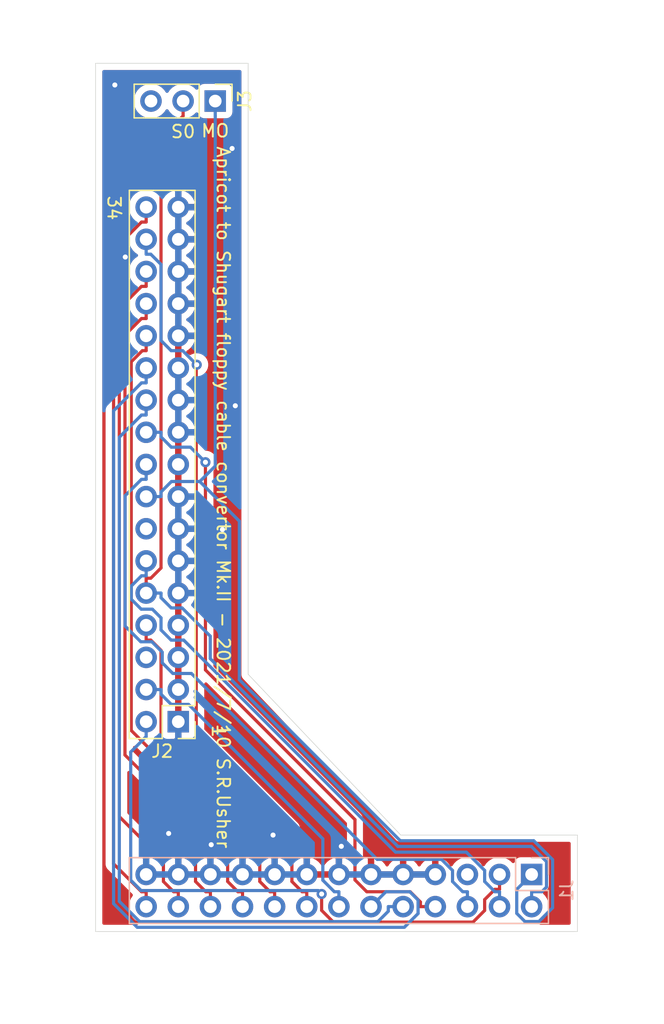
<source format=kicad_pcb>
(kicad_pcb (version 20171130) (host pcbnew "(5.1.7)-1")

  (general
    (thickness 1.6)
    (drawings 12)
    (tracks 223)
    (zones 0)
    (modules 3)
    (nets 21)
  )

  (page A4)
  (layers
    (0 F.Cu signal)
    (31 B.Cu signal)
    (32 B.Adhes user)
    (33 F.Adhes user)
    (34 B.Paste user)
    (35 F.Paste user)
    (36 B.SilkS user)
    (37 F.SilkS user)
    (38 B.Mask user)
    (39 F.Mask user)
    (40 Dwgs.User user)
    (41 Cmts.User user)
    (42 Eco1.User user)
    (43 Eco2.User user)
    (44 Edge.Cuts user)
    (45 Margin user)
    (46 B.CrtYd user)
    (47 F.CrtYd user)
    (48 B.Fab user)
    (49 F.Fab user)
  )

  (setup
    (last_trace_width 0.25)
    (trace_clearance 0.2)
    (zone_clearance 0.508)
    (zone_45_only no)
    (trace_min 0.2)
    (via_size 0.8)
    (via_drill 0.4)
    (via_min_size 0.4)
    (via_min_drill 0.3)
    (uvia_size 0.3)
    (uvia_drill 0.1)
    (uvias_allowed no)
    (uvia_min_size 0.2)
    (uvia_min_drill 0.1)
    (edge_width 0.05)
    (segment_width 0.2)
    (pcb_text_width 0.3)
    (pcb_text_size 1.5 1.5)
    (mod_edge_width 0.12)
    (mod_text_size 1 1)
    (mod_text_width 0.15)
    (pad_size 1.524 1.524)
    (pad_drill 0.762)
    (pad_to_mask_clearance 0)
    (aux_axis_origin 0 0)
    (visible_elements 7FFFFFFF)
    (pcbplotparams
      (layerselection 0x010fc_ffffffff)
      (usegerberextensions false)
      (usegerberattributes true)
      (usegerberadvancedattributes true)
      (creategerberjobfile true)
      (excludeedgelayer true)
      (linewidth 0.100000)
      (plotframeref false)
      (viasonmask false)
      (mode 1)
      (useauxorigin false)
      (hpglpennumber 1)
      (hpglpenspeed 20)
      (hpglpendiameter 15.000000)
      (psnegative false)
      (psa4output false)
      (plotreference true)
      (plotvalue true)
      (plotinvisibletext false)
      (padsonsilk false)
      (subtractmaskfromsilk false)
      (outputformat 1)
      (mirror false)
      (drillshape 0)
      (scaleselection 1)
      (outputdirectory "Gerbers/"))
  )

  (net 0 "")
  (net 1 Ready)
  (net 2 GND)
  (net 3 Read-Data)
  (net 4 Write-Protect)
  (net 5 Track-Zero)
  (net 6 Index)
  (net 7 Head-Select)
  (net 8 Head-Load)
  (net 9 Write-Enable)
  (net 10 Write-Data)
  (net 11 Step)
  (net 12 Direction)
  (net 13 "Net-(J1-Pad5)")
  (net 14 Drive-Select-1)
  (net 15 Density)
  (net 16 Drive-Select-0)
  (net 17 Motor-Enable)
  (net 18 "Net-(J2-Pad14)")
  (net 19 "Net-(J2-Pad6)")
  (net 20 "Net-(J3-Pad3)")

  (net_class Default "This is the default net class."
    (clearance 0.2)
    (trace_width 0.25)
    (via_dia 0.8)
    (via_drill 0.4)
    (uvia_dia 0.3)
    (uvia_drill 0.1)
    (add_net Density)
    (add_net Direction)
    (add_net Drive-Select-0)
    (add_net Drive-Select-1)
    (add_net GND)
    (add_net Head-Load)
    (add_net Head-Select)
    (add_net Index)
    (add_net Motor-Enable)
    (add_net "Net-(J1-Pad5)")
    (add_net "Net-(J2-Pad14)")
    (add_net "Net-(J2-Pad6)")
    (add_net "Net-(J3-Pad3)")
    (add_net Read-Data)
    (add_net Ready)
    (add_net Step)
    (add_net Track-Zero)
    (add_net Write-Data)
    (add_net Write-Enable)
    (add_net Write-Protect)
  )

  (module Connector_PinHeader_2.54mm:PinHeader_1x03_P2.54mm_Vertical (layer F.Cu) (tedit 59FED5CC) (tstamp 60E96667)
    (at 142.812 79.1845 270)
    (descr "Through hole straight pin header, 1x03, 2.54mm pitch, single row")
    (tags "Through hole pin header THT 1x03 2.54mm single row")
    (path /60E9659C)
    (fp_text reference J3 (at 0 -2.33 90) (layer F.SilkS)
      (effects (font (size 1 1) (thickness 0.15)))
    )
    (fp_text value "Controller Connector" (at 0 7.41 90) (layer F.Fab)
      (effects (font (size 1 1) (thickness 0.15)))
    )
    (fp_text user %R (at 0 2.54) (layer F.Fab)
      (effects (font (size 1 1) (thickness 0.15)))
    )
    (fp_line (start -0.635 -1.27) (end 1.27 -1.27) (layer F.Fab) (width 0.1))
    (fp_line (start 1.27 -1.27) (end 1.27 6.35) (layer F.Fab) (width 0.1))
    (fp_line (start 1.27 6.35) (end -1.27 6.35) (layer F.Fab) (width 0.1))
    (fp_line (start -1.27 6.35) (end -1.27 -0.635) (layer F.Fab) (width 0.1))
    (fp_line (start -1.27 -0.635) (end -0.635 -1.27) (layer F.Fab) (width 0.1))
    (fp_line (start -1.33 6.41) (end 1.33 6.41) (layer F.SilkS) (width 0.12))
    (fp_line (start -1.33 1.27) (end -1.33 6.41) (layer F.SilkS) (width 0.12))
    (fp_line (start 1.33 1.27) (end 1.33 6.41) (layer F.SilkS) (width 0.12))
    (fp_line (start -1.33 1.27) (end 1.33 1.27) (layer F.SilkS) (width 0.12))
    (fp_line (start -1.33 0) (end -1.33 -1.33) (layer F.SilkS) (width 0.12))
    (fp_line (start -1.33 -1.33) (end 0 -1.33) (layer F.SilkS) (width 0.12))
    (fp_line (start -1.8 -1.8) (end -1.8 6.85) (layer F.CrtYd) (width 0.05))
    (fp_line (start -1.8 6.85) (end 1.8 6.85) (layer F.CrtYd) (width 0.05))
    (fp_line (start 1.8 6.85) (end 1.8 -1.8) (layer F.CrtYd) (width 0.05))
    (fp_line (start 1.8 -1.8) (end -1.8 -1.8) (layer F.CrtYd) (width 0.05))
    (pad 3 thru_hole oval (at 0 5.08 270) (size 1.7 1.7) (drill 1) (layers *.Cu *.Mask)
      (net 20 "Net-(J3-Pad3)"))
    (pad 2 thru_hole oval (at 0 2.54 270) (size 1.7 1.7) (drill 1) (layers *.Cu *.Mask)
      (net 16 Drive-Select-0))
    (pad 1 thru_hole rect (at 0 0 270) (size 1.7 1.7) (drill 1) (layers *.Cu *.Mask)
      (net 17 Motor-Enable))
    (model ${KISYS3DMOD}/Connector_PinHeader_2.54mm.3dshapes/PinHeader_1x03_P2.54mm_Vertical.wrl
      (at (xyz 0 0 0))
      (scale (xyz 1 1 1))
      (rotate (xyz 0 0 0))
    )
  )

  (module Connector_PinHeader_2.54mm:PinHeader_2x17_P2.54mm_Vertical (layer F.Cu) (tedit 59FED5CC) (tstamp 60E96650)
    (at 139.89 128.206 180)
    (descr "Through hole straight pin header, 2x17, 2.54mm pitch, double rows")
    (tags "Through hole pin header THT 2x17 2.54mm double row")
    (path /60D269E7)
    (fp_text reference J2 (at 1.27 -2.33) (layer F.SilkS)
      (effects (font (size 1 1) (thickness 0.15)))
    )
    (fp_text value Shugart_Floppy_Connector (at 1.27 42.97) (layer F.Fab)
      (effects (font (size 1 1) (thickness 0.15)))
    )
    (fp_text user %R (at 1.27 20.32 90) (layer F.Fab)
      (effects (font (size 1 1) (thickness 0.15)))
    )
    (fp_line (start 0 -1.27) (end 3.81 -1.27) (layer F.Fab) (width 0.1))
    (fp_line (start 3.81 -1.27) (end 3.81 41.91) (layer F.Fab) (width 0.1))
    (fp_line (start 3.81 41.91) (end -1.27 41.91) (layer F.Fab) (width 0.1))
    (fp_line (start -1.27 41.91) (end -1.27 0) (layer F.Fab) (width 0.1))
    (fp_line (start -1.27 0) (end 0 -1.27) (layer F.Fab) (width 0.1))
    (fp_line (start -1.33 41.97) (end 3.87 41.97) (layer F.SilkS) (width 0.12))
    (fp_line (start -1.33 1.27) (end -1.33 41.97) (layer F.SilkS) (width 0.12))
    (fp_line (start 3.87 -1.33) (end 3.87 41.97) (layer F.SilkS) (width 0.12))
    (fp_line (start -1.33 1.27) (end 1.27 1.27) (layer F.SilkS) (width 0.12))
    (fp_line (start 1.27 1.27) (end 1.27 -1.33) (layer F.SilkS) (width 0.12))
    (fp_line (start 1.27 -1.33) (end 3.87 -1.33) (layer F.SilkS) (width 0.12))
    (fp_line (start -1.33 0) (end -1.33 -1.33) (layer F.SilkS) (width 0.12))
    (fp_line (start -1.33 -1.33) (end 0 -1.33) (layer F.SilkS) (width 0.12))
    (fp_line (start -1.8 -1.8) (end -1.8 42.45) (layer F.CrtYd) (width 0.05))
    (fp_line (start -1.8 42.45) (end 4.35 42.45) (layer F.CrtYd) (width 0.05))
    (fp_line (start 4.35 42.45) (end 4.35 -1.8) (layer F.CrtYd) (width 0.05))
    (fp_line (start 4.35 -1.8) (end -1.8 -1.8) (layer F.CrtYd) (width 0.05))
    (pad 34 thru_hole oval (at 2.54 40.64 180) (size 1.7 1.7) (drill 1) (layers *.Cu *.Mask)
      (net 1 Ready))
    (pad 33 thru_hole oval (at 0 40.64 180) (size 1.7 1.7) (drill 1) (layers *.Cu *.Mask)
      (net 2 GND))
    (pad 32 thru_hole oval (at 2.54 38.1 180) (size 1.7 1.7) (drill 1) (layers *.Cu *.Mask)
      (net 7 Head-Select))
    (pad 31 thru_hole oval (at 0 38.1 180) (size 1.7 1.7) (drill 1) (layers *.Cu *.Mask)
      (net 2 GND))
    (pad 30 thru_hole oval (at 2.54 35.56 180) (size 1.7 1.7) (drill 1) (layers *.Cu *.Mask)
      (net 3 Read-Data))
    (pad 29 thru_hole oval (at 0 35.56 180) (size 1.7 1.7) (drill 1) (layers *.Cu *.Mask)
      (net 2 GND))
    (pad 28 thru_hole oval (at 2.54 33.02 180) (size 1.7 1.7) (drill 1) (layers *.Cu *.Mask)
      (net 4 Write-Protect))
    (pad 27 thru_hole oval (at 0 33.02 180) (size 1.7 1.7) (drill 1) (layers *.Cu *.Mask)
      (net 2 GND))
    (pad 26 thru_hole oval (at 2.54 30.48 180) (size 1.7 1.7) (drill 1) (layers *.Cu *.Mask)
      (net 5 Track-Zero))
    (pad 25 thru_hole oval (at 0 30.48 180) (size 1.7 1.7) (drill 1) (layers *.Cu *.Mask)
      (net 2 GND))
    (pad 24 thru_hole oval (at 2.54 27.94 180) (size 1.7 1.7) (drill 1) (layers *.Cu *.Mask)
      (net 9 Write-Enable))
    (pad 23 thru_hole oval (at 0 27.94 180) (size 1.7 1.7) (drill 1) (layers *.Cu *.Mask)
      (net 2 GND))
    (pad 22 thru_hole oval (at 2.54 25.4 180) (size 1.7 1.7) (drill 1) (layers *.Cu *.Mask)
      (net 10 Write-Data))
    (pad 21 thru_hole oval (at 0 25.4 180) (size 1.7 1.7) (drill 1) (layers *.Cu *.Mask)
      (net 2 GND))
    (pad 20 thru_hole oval (at 2.54 22.86 180) (size 1.7 1.7) (drill 1) (layers *.Cu *.Mask)
      (net 11 Step))
    (pad 19 thru_hole oval (at 0 22.86 180) (size 1.7 1.7) (drill 1) (layers *.Cu *.Mask)
      (net 2 GND))
    (pad 18 thru_hole oval (at 2.54 20.32 180) (size 1.7 1.7) (drill 1) (layers *.Cu *.Mask)
      (net 12 Direction))
    (pad 17 thru_hole oval (at 0 20.32 180) (size 1.7 1.7) (drill 1) (layers *.Cu *.Mask)
      (net 2 GND))
    (pad 16 thru_hole oval (at 2.54 17.78 180) (size 1.7 1.7) (drill 1) (layers *.Cu *.Mask)
      (net 17 Motor-Enable))
    (pad 15 thru_hole oval (at 0 17.78 180) (size 1.7 1.7) (drill 1) (layers *.Cu *.Mask)
      (net 2 GND))
    (pad 14 thru_hole oval (at 2.54 15.24 180) (size 1.7 1.7) (drill 1) (layers *.Cu *.Mask)
      (net 18 "Net-(J2-Pad14)"))
    (pad 13 thru_hole oval (at 0 15.24 180) (size 1.7 1.7) (drill 1) (layers *.Cu *.Mask)
      (net 2 GND))
    (pad 12 thru_hole oval (at 2.54 12.7 180) (size 1.7 1.7) (drill 1) (layers *.Cu *.Mask)
      (net 14 Drive-Select-1))
    (pad 11 thru_hole oval (at 0 12.7 180) (size 1.7 1.7) (drill 1) (layers *.Cu *.Mask)
      (net 2 GND))
    (pad 10 thru_hole oval (at 2.54 10.16 180) (size 1.7 1.7) (drill 1) (layers *.Cu *.Mask)
      (net 16 Drive-Select-0))
    (pad 9 thru_hole oval (at 0 10.16 180) (size 1.7 1.7) (drill 1) (layers *.Cu *.Mask)
      (net 2 GND))
    (pad 8 thru_hole oval (at 2.54 7.62 180) (size 1.7 1.7) (drill 1) (layers *.Cu *.Mask)
      (net 6 Index))
    (pad 7 thru_hole oval (at 0 7.62 180) (size 1.7 1.7) (drill 1) (layers *.Cu *.Mask)
      (net 2 GND))
    (pad 6 thru_hole oval (at 2.54 5.08 180) (size 1.7 1.7) (drill 1) (layers *.Cu *.Mask)
      (net 19 "Net-(J2-Pad6)"))
    (pad 5 thru_hole oval (at 0 5.08 180) (size 1.7 1.7) (drill 1) (layers *.Cu *.Mask)
      (net 2 GND))
    (pad 4 thru_hole oval (at 2.54 2.54 180) (size 1.7 1.7) (drill 1) (layers *.Cu *.Mask)
      (net 8 Head-Load))
    (pad 3 thru_hole oval (at 0 2.54 180) (size 1.7 1.7) (drill 1) (layers *.Cu *.Mask)
      (net 2 GND))
    (pad 2 thru_hole oval (at 2.54 0 180) (size 1.7 1.7) (drill 1) (layers *.Cu *.Mask)
      (net 15 Density))
    (pad 1 thru_hole rect (at 0 0 180) (size 1.7 1.7) (drill 1) (layers *.Cu *.Mask)
      (net 2 GND))
    (model ${KISYS3DMOD}/Connector_PinHeader_2.54mm.3dshapes/PinHeader_2x17_P2.54mm_Vertical.wrl
      (at (xyz 0 0 0))
      (scale (xyz 1 1 1))
      (rotate (xyz 0 0 0))
    )
  )

  (module Connector_PinSocket_2.54mm:PinSocket_2x13_P2.54mm_Vertical (layer B.Cu) (tedit 5A19A430) (tstamp 60E96618)
    (at 167.83 140.272 90)
    (descr "Through hole straight socket strip, 2x13, 2.54mm pitch, double cols (from Kicad 4.0.7), script generated")
    (tags "Through hole socket strip THT 2x13 2.54mm double row")
    (path /60D1FCFA)
    (fp_text reference J1 (at -1.27 2.77 -90) (layer B.SilkS)
      (effects (font (size 1 1) (thickness 0.15)) (justify mirror))
    )
    (fp_text value Apricot_Floppy_Connector (at -1.27 -33.25 -90) (layer B.Fab)
      (effects (font (size 1 1) (thickness 0.15)) (justify mirror))
    )
    (fp_text user %R (at -1.27 -15.24) (layer B.Fab)
      (effects (font (size 1 1) (thickness 0.15)) (justify mirror))
    )
    (fp_line (start -3.81 1.27) (end 0.27 1.27) (layer B.Fab) (width 0.1))
    (fp_line (start 0.27 1.27) (end 1.27 0.27) (layer B.Fab) (width 0.1))
    (fp_line (start 1.27 0.27) (end 1.27 -31.75) (layer B.Fab) (width 0.1))
    (fp_line (start 1.27 -31.75) (end -3.81 -31.75) (layer B.Fab) (width 0.1))
    (fp_line (start -3.81 -31.75) (end -3.81 1.27) (layer B.Fab) (width 0.1))
    (fp_line (start -3.87 1.33) (end -1.27 1.33) (layer B.SilkS) (width 0.12))
    (fp_line (start -3.87 1.33) (end -3.87 -31.81) (layer B.SilkS) (width 0.12))
    (fp_line (start -3.87 -31.81) (end 1.33 -31.81) (layer B.SilkS) (width 0.12))
    (fp_line (start 1.33 -1.27) (end 1.33 -31.81) (layer B.SilkS) (width 0.12))
    (fp_line (start -1.27 -1.27) (end 1.33 -1.27) (layer B.SilkS) (width 0.12))
    (fp_line (start -1.27 1.33) (end -1.27 -1.27) (layer B.SilkS) (width 0.12))
    (fp_line (start 1.33 1.33) (end 1.33 0) (layer B.SilkS) (width 0.12))
    (fp_line (start 0 1.33) (end 1.33 1.33) (layer B.SilkS) (width 0.12))
    (fp_line (start -4.34 1.8) (end 1.76 1.8) (layer B.CrtYd) (width 0.05))
    (fp_line (start 1.76 1.8) (end 1.76 -32.25) (layer B.CrtYd) (width 0.05))
    (fp_line (start 1.76 -32.25) (end -4.34 -32.25) (layer B.CrtYd) (width 0.05))
    (fp_line (start -4.34 -32.25) (end -4.34 1.8) (layer B.CrtYd) (width 0.05))
    (pad 26 thru_hole oval (at -2.54 -30.48 90) (size 1.7 1.7) (drill 1) (layers *.Cu *.Mask)
      (net 1 Ready))
    (pad 25 thru_hole oval (at 0 -30.48 90) (size 1.7 1.7) (drill 1) (layers *.Cu *.Mask)
      (net 2 GND))
    (pad 24 thru_hole oval (at -2.54 -27.94 90) (size 1.7 1.7) (drill 1) (layers *.Cu *.Mask)
      (net 3 Read-Data))
    (pad 23 thru_hole oval (at 0 -27.94 90) (size 1.7 1.7) (drill 1) (layers *.Cu *.Mask)
      (net 2 GND))
    (pad 22 thru_hole oval (at -2.54 -25.4 90) (size 1.7 1.7) (drill 1) (layers *.Cu *.Mask)
      (net 4 Write-Protect))
    (pad 21 thru_hole oval (at 0 -25.4 90) (size 1.7 1.7) (drill 1) (layers *.Cu *.Mask)
      (net 2 GND))
    (pad 20 thru_hole oval (at -2.54 -22.86 90) (size 1.7 1.7) (drill 1) (layers *.Cu *.Mask)
      (net 5 Track-Zero))
    (pad 19 thru_hole oval (at 0 -22.86 90) (size 1.7 1.7) (drill 1) (layers *.Cu *.Mask)
      (net 2 GND))
    (pad 18 thru_hole oval (at -2.54 -20.32 90) (size 1.7 1.7) (drill 1) (layers *.Cu *.Mask)
      (net 6 Index))
    (pad 17 thru_hole oval (at 0 -20.32 90) (size 1.7 1.7) (drill 1) (layers *.Cu *.Mask)
      (net 2 GND))
    (pad 16 thru_hole oval (at -2.54 -17.78 90) (size 1.7 1.7) (drill 1) (layers *.Cu *.Mask)
      (net 7 Head-Select))
    (pad 15 thru_hole oval (at 0 -17.78 90) (size 1.7 1.7) (drill 1) (layers *.Cu *.Mask)
      (net 2 GND))
    (pad 14 thru_hole oval (at -2.54 -15.24 90) (size 1.7 1.7) (drill 1) (layers *.Cu *.Mask)
      (net 8 Head-Load))
    (pad 13 thru_hole oval (at 0 -15.24 90) (size 1.7 1.7) (drill 1) (layers *.Cu *.Mask)
      (net 2 GND))
    (pad 12 thru_hole oval (at -2.54 -12.7 90) (size 1.7 1.7) (drill 1) (layers *.Cu *.Mask)
      (net 9 Write-Enable))
    (pad 11 thru_hole oval (at 0 -12.7 90) (size 1.7 1.7) (drill 1) (layers *.Cu *.Mask)
      (net 2 GND))
    (pad 10 thru_hole oval (at -2.54 -10.16 90) (size 1.7 1.7) (drill 1) (layers *.Cu *.Mask)
      (net 10 Write-Data))
    (pad 9 thru_hole oval (at 0 -10.16 90) (size 1.7 1.7) (drill 1) (layers *.Cu *.Mask)
      (net 2 GND))
    (pad 8 thru_hole oval (at -2.54 -7.62 90) (size 1.7 1.7) (drill 1) (layers *.Cu *.Mask)
      (net 11 Step))
    (pad 7 thru_hole oval (at 0 -7.62 90) (size 1.7 1.7) (drill 1) (layers *.Cu *.Mask)
      (net 2 GND))
    (pad 6 thru_hole oval (at -2.54 -5.08 90) (size 1.7 1.7) (drill 1) (layers *.Cu *.Mask)
      (net 12 Direction))
    (pad 5 thru_hole oval (at 0 -5.08 90) (size 1.7 1.7) (drill 1) (layers *.Cu *.Mask)
      (net 13 "Net-(J1-Pad5)"))
    (pad 4 thru_hole oval (at -2.54 -2.54 90) (size 1.7 1.7) (drill 1) (layers *.Cu *.Mask)
      (net 14 Drive-Select-1))
    (pad 3 thru_hole oval (at 0 -2.54 90) (size 1.7 1.7) (drill 1) (layers *.Cu *.Mask)
      (net 15 Density))
    (pad 2 thru_hole oval (at -2.54 0 90) (size 1.7 1.7) (drill 1) (layers *.Cu *.Mask)
      (net 16 Drive-Select-0))
    (pad 1 thru_hole rect (at 0 0 90) (size 1.7 1.7) (drill 1) (layers *.Cu *.Mask)
      (net 17 Motor-Enable))
    (model ${KISYS3DMOD}/Connector_PinSocket_2.54mm.3dshapes/PinSocket_2x13_P2.54mm_Vertical.wrl
      (at (xyz 0 0 0))
      (scale (xyz 1 1 1))
      (rotate (xyz 0 0 0))
    )
  )

  (gr_text MO (at 142.8115 81.534) (layer F.SilkS)
    (effects (font (size 1 1) (thickness 0.15)))
  )
  (gr_text S0 (at 140.2715 81.5975) (layer F.SilkS)
    (effects (font (size 1 1) (thickness 0.15)))
  )
  (gr_text "Apricot to Shugart floppy cable convertor Mk.II - 2021/7/10 S.R.Usher" (at 143.4465 110.49 270) (layer F.SilkS)
    (effects (font (size 1 1) (thickness 0.15)))
  )
  (gr_text 34 (at 134.8105 87.63 270) (layer F.SilkS)
    (effects (font (size 1 1) (thickness 0.15)))
  )
  (gr_text 1 (at 143.0655 128.9685 270) (layer F.SilkS)
    (effects (font (size 1 1) (thickness 0.15)))
  )
  (gr_line (start 145.415 76.2) (end 133.35 76.2) (layer Edge.Cuts) (width 0.05) (tstamp 60E968AF))
  (gr_line (start 145.415 124.46) (end 145.415 76.2) (layer Edge.Cuts) (width 0.05))
  (gr_line (start 157.48 137.16) (end 145.415 124.46) (layer Edge.Cuts) (width 0.05))
  (gr_line (start 171.45 137.16) (end 157.48 137.16) (layer Edge.Cuts) (width 0.05))
  (gr_line (start 171.45 144.78) (end 171.45 137.16) (layer Edge.Cuts) (width 0.05))
  (gr_line (start 133.35 144.78) (end 171.45 144.78) (layer Edge.Cuts) (width 0.05))
  (gr_line (start 133.35 76.2) (end 133.35 144.78) (layer Edge.Cuts) (width 0.05))

  (segment (start 137.35 88.7413) (end 136.9827 88.7413) (width 0.25) (layer F.Cu) (net 1))
  (segment (start 136.9827 88.7413) (end 134.7743 90.9497) (width 0.25) (layer F.Cu) (net 1))
  (segment (start 134.7743 90.9497) (end 134.7743 139.4283) (width 0.25) (layer F.Cu) (net 1))
  (segment (start 134.7743 139.4283) (end 136.9827 141.6367) (width 0.25) (layer F.Cu) (net 1))
  (segment (start 136.9827 141.6367) (end 137.35 141.6367) (width 0.25) (layer F.Cu) (net 1))
  (segment (start 137.35 87.566) (end 137.35 88.7413) (width 0.25) (layer F.Cu) (net 1))
  (segment (start 137.35 142.812) (end 137.35 141.6367) (width 0.25) (layer F.Cu) (net 1))
  (segment (start 139.89 140.272) (end 138.5253 140.272) (width 0.25) (layer B.Cu) (net 2))
  (segment (start 139.89 140.272) (end 139.89 128.206) (width 0.25) (layer B.Cu) (net 2))
  (segment (start 137.35 140.272) (end 138.5253 140.272) (width 0.25) (layer B.Cu) (net 2))
  (segment (start 139.89 90.106) (end 139.89 87.566) (width 0.25) (layer F.Cu) (net 2))
  (segment (start 139.89 92.646) (end 139.89 90.106) (width 0.25) (layer F.Cu) (net 2))
  (segment (start 139.89 95.186) (end 139.89 92.646) (width 0.25) (layer F.Cu) (net 2))
  (segment (start 139.89 97.726) (end 139.89 95.186) (width 0.25) (layer F.Cu) (net 2))
  (segment (start 139.89 100.266) (end 139.89 97.726) (width 0.25) (layer F.Cu) (net 2))
  (segment (start 139.89 102.806) (end 139.89 100.266) (width 0.25) (layer F.Cu) (net 2))
  (segment (start 139.89 105.346) (end 139.89 102.806) (width 0.25) (layer F.Cu) (net 2))
  (segment (start 139.89 107.886) (end 139.89 105.346) (width 0.25) (layer F.Cu) (net 2))
  (segment (start 139.89 110.426) (end 139.89 107.886) (width 0.25) (layer F.Cu) (net 2))
  (segment (start 139.89 112.966) (end 139.89 110.426) (width 0.25) (layer F.Cu) (net 2))
  (segment (start 139.89 115.506) (end 139.89 112.966) (width 0.25) (layer F.Cu) (net 2))
  (segment (start 139.89 118.046) (end 139.89 115.506) (width 0.25) (layer B.Cu) (net 2))
  (segment (start 139.89 120.586) (end 139.89 118.046) (width 0.25) (layer F.Cu) (net 2))
  (segment (start 139.89 123.126) (end 139.89 120.586) (width 0.25) (layer F.Cu) (net 2))
  (segment (start 139.89 125.666) (end 139.89 123.126) (width 0.25) (layer F.Cu) (net 2))
  (segment (start 139.89 128.206) (end 139.89 125.666) (width 0.25) (layer F.Cu) (net 2))
  (segment (start 142.43 140.272) (end 139.89 140.272) (width 0.25) (layer B.Cu) (net 2))
  (segment (start 144.97 140.272) (end 142.43 140.272) (width 0.25) (layer B.Cu) (net 2))
  (segment (start 147.51 140.272) (end 144.97 140.272) (width 0.25) (layer B.Cu) (net 2))
  (segment (start 150.05 140.272) (end 147.51 140.272) (width 0.25) (layer B.Cu) (net 2))
  (segment (start 152.59 140.272) (end 150.05 140.272) (width 0.25) (layer F.Cu) (net 2))
  (segment (start 155.13 140.272) (end 152.59 140.272) (width 0.25) (layer B.Cu) (net 2))
  (segment (start 157.67 140.272) (end 155.13 140.272) (width 0.25) (layer F.Cu) (net 2))
  (segment (start 160.21 140.272) (end 157.67 140.272) (width 0.25) (layer F.Cu) (net 2))
  (via (at 142.494 137.922) (size 0.8) (drill 0.4) (layers F.Cu B.Cu) (net 2))
  (via (at 147.3835 137.16) (size 0.8) (drill 0.4) (layers F.Cu B.Cu) (net 2))
  (via (at 152.781 138.049) (size 0.8) (drill 0.4) (layers F.Cu B.Cu) (net 2))
  (via (at 139.1285 137.033) (size 0.8) (drill 0.4) (layers F.Cu B.Cu) (net 2))
  (via (at 143.383 113.03) (size 0.8) (drill 0.4) (layers F.Cu B.Cu) (net 2))
  (via (at 144.399 103.251) (size 0.8) (drill 0.4) (layers F.Cu B.Cu) (net 2))
  (via (at 135.6995 91.5035) (size 0.8) (drill 0.4) (layers F.Cu B.Cu) (net 2))
  (via (at 134.874 77.9145) (size 0.8) (drill 0.4) (layers F.Cu B.Cu) (net 2))
  (via (at 144.145 82.931) (size 0.8) (drill 0.4) (layers F.Cu B.Cu) (net 2))
  (segment (start 137.35 92.646) (end 137.35 93.8213) (width 0.25) (layer F.Cu) (net 3))
  (segment (start 139.89 142.812) (end 139.89 141.6367) (width 0.25) (layer F.Cu) (net 3))
  (segment (start 139.89 141.6367) (end 139.5226 141.6367) (width 0.25) (layer F.Cu) (net 3))
  (segment (start 139.5226 141.6367) (end 138.7147 140.8288) (width 0.25) (layer F.Cu) (net 3))
  (segment (start 138.7147 140.8288) (end 138.7147 139.1913) (width 0.25) (layer F.Cu) (net 3))
  (segment (start 138.7147 139.1913) (end 135.2247 135.7013) (width 0.25) (layer F.Cu) (net 3))
  (segment (start 135.2247 135.7013) (end 135.2247 95.5793) (width 0.25) (layer F.Cu) (net 3))
  (segment (start 135.2247 95.5793) (end 136.9827 93.8213) (width 0.25) (layer F.Cu) (net 3))
  (segment (start 136.9827 93.8213) (end 137.35 93.8213) (width 0.25) (layer F.Cu) (net 3))
  (segment (start 137.35 95.186) (end 137.35 96.3613) (width 0.25) (layer F.Cu) (net 4))
  (segment (start 142.43 142.812) (end 142.43 141.6367) (width 0.25) (layer F.Cu) (net 4))
  (segment (start 142.43 141.6367) (end 142.0626 141.6367) (width 0.25) (layer F.Cu) (net 4))
  (segment (start 142.0626 141.6367) (end 141.2547 140.8288) (width 0.25) (layer F.Cu) (net 4))
  (segment (start 141.2547 140.8288) (end 141.2547 136.4157) (width 0.25) (layer F.Cu) (net 4))
  (segment (start 141.2547 136.4157) (end 135.6751 130.8361) (width 0.25) (layer F.Cu) (net 4))
  (segment (start 135.6751 130.8361) (end 135.6751 97.6689) (width 0.25) (layer F.Cu) (net 4))
  (segment (start 135.6751 97.6689) (end 136.9827 96.3613) (width 0.25) (layer F.Cu) (net 4))
  (segment (start 136.9827 96.3613) (end 137.35 96.3613) (width 0.25) (layer F.Cu) (net 4))
  (segment (start 144.97 141.6367) (end 144.6026 141.6367) (width 0.25) (layer F.Cu) (net 5))
  (segment (start 144.6026 141.6367) (end 143.7947 140.8288) (width 0.25) (layer F.Cu) (net 5))
  (segment (start 143.7947 140.8288) (end 143.7947 136.5211) (width 0.25) (layer F.Cu) (net 5))
  (segment (start 143.7947 136.5211) (end 136.1698 128.8962) (width 0.25) (layer F.Cu) (net 5))
  (segment (start 136.1698 128.8962) (end 136.1698 99.7774) (width 0.25) (layer F.Cu) (net 5))
  (segment (start 136.1698 99.7774) (end 137.0459 98.9013) (width 0.25) (layer F.Cu) (net 5))
  (segment (start 137.0459 98.9013) (end 137.35 98.9013) (width 0.25) (layer F.Cu) (net 5))
  (segment (start 137.35 97.726) (end 137.35 98.9013) (width 0.25) (layer F.Cu) (net 5))
  (segment (start 144.97 142.812) (end 144.97 141.6367) (width 0.25) (layer F.Cu) (net 5))
  (segment (start 137.35 120.586) (end 137.35 121.7613) (width 0.25) (layer F.Cu) (net 6))
  (segment (start 147.51 142.812) (end 147.51 141.6367) (width 0.25) (layer F.Cu) (net 6))
  (segment (start 147.51 141.6367) (end 147.1426 141.6367) (width 0.25) (layer F.Cu) (net 6))
  (segment (start 147.1426 141.6367) (end 146.3347 140.8288) (width 0.25) (layer F.Cu) (net 6))
  (segment (start 146.3347 140.8288) (end 146.3347 137.8721) (width 0.25) (layer F.Cu) (net 6))
  (segment (start 146.3347 137.8721) (end 138.5253 130.0627) (width 0.25) (layer F.Cu) (net 6))
  (segment (start 138.5253 130.0627) (end 138.5253 122.5692) (width 0.25) (layer F.Cu) (net 6))
  (segment (start 138.5253 122.5692) (end 137.7174 121.7613) (width 0.25) (layer F.Cu) (net 6))
  (segment (start 137.7174 121.7613) (end 137.35 121.7613) (width 0.25) (layer F.Cu) (net 6))
  (segment (start 141.3482 100.0122) (end 141.3121 100.0483) (width 0.25) (layer F.Cu) (net 7))
  (segment (start 141.3121 100.0483) (end 141.3121 129.0826) (width 0.25) (layer F.Cu) (net 7))
  (segment (start 141.3121 129.0826) (end 148.8747 136.6452) (width 0.25) (layer F.Cu) (net 7))
  (segment (start 148.8747 136.6452) (end 148.8747 140.8288) (width 0.25) (layer F.Cu) (net 7))
  (segment (start 148.8747 140.8288) (end 149.6826 141.6367) (width 0.25) (layer F.Cu) (net 7))
  (segment (start 149.6826 141.6367) (end 150.05 141.6367) (width 0.25) (layer F.Cu) (net 7))
  (segment (start 137.35 91.2813) (end 137.7174 91.2813) (width 0.25) (layer B.Cu) (net 7))
  (segment (start 137.7174 91.2813) (end 138.5253 92.0892) (width 0.25) (layer B.Cu) (net 7))
  (segment (start 138.5253 92.0892) (end 138.5253 98.0992) (width 0.25) (layer B.Cu) (net 7))
  (segment (start 138.5253 98.0992) (end 139.3275 98.9014) (width 0.25) (layer B.Cu) (net 7))
  (segment (start 139.3275 98.9014) (end 140.2374 98.9014) (width 0.25) (layer B.Cu) (net 7))
  (segment (start 140.2374 98.9014) (end 141.3482 100.0122) (width 0.25) (layer B.Cu) (net 7))
  (segment (start 137.35 90.106) (end 137.35 91.2813) (width 0.25) (layer B.Cu) (net 7))
  (segment (start 150.05 142.812) (end 150.05 141.6367) (width 0.25) (layer F.Cu) (net 7))
  (via (at 141.3482 100.0122) (size 0.8) (layers F.Cu B.Cu) (net 7))
  (segment (start 137.35 125.666) (end 138.5253 125.666) (width 0.25) (layer B.Cu) (net 8))
  (segment (start 152.59 142.812) (end 152.59 141.6367) (width 0.25) (layer B.Cu) (net 8))
  (segment (start 152.59 141.6367) (end 152.2294 141.6367) (width 0.25) (layer B.Cu) (net 8))
  (segment (start 152.2294 141.6367) (end 151.32 140.7273) (width 0.25) (layer B.Cu) (net 8))
  (segment (start 151.32 140.7273) (end 151.32 137.4579) (width 0.25) (layer B.Cu) (net 8))
  (segment (start 151.32 137.4579) (end 140.7034 126.8413) (width 0.25) (layer B.Cu) (net 8))
  (segment (start 140.7034 126.8413) (end 139.3332 126.8413) (width 0.25) (layer B.Cu) (net 8))
  (segment (start 139.3332 126.8413) (end 138.5253 126.0334) (width 0.25) (layer B.Cu) (net 8))
  (segment (start 138.5253 126.0334) (end 138.5253 125.666) (width 0.25) (layer B.Cu) (net 8))
  (segment (start 137.35 100.266) (end 137.35 101.4413) (width 0.25) (layer B.Cu) (net 9))
  (segment (start 155.13 142.812) (end 156.3054 141.6366) (width 0.25) (layer B.Cu) (net 9))
  (segment (start 156.3054 141.6366) (end 158.1956 141.6366) (width 0.25) (layer B.Cu) (net 9))
  (segment (start 158.1956 141.6366) (end 158.8502 142.2912) (width 0.25) (layer B.Cu) (net 9))
  (segment (start 158.8502 142.2912) (end 158.8502 143.3585) (width 0.25) (layer B.Cu) (net 9))
  (segment (start 158.8502 143.3585) (end 157.7641 144.4446) (width 0.25) (layer B.Cu) (net 9))
  (segment (start 157.7641 144.4446) (end 136.6451 144.4446) (width 0.25) (layer B.Cu) (net 9))
  (segment (start 136.6451 144.4446) (end 134.7735 142.573) (width 0.25) (layer B.Cu) (net 9))
  (segment (start 134.7735 142.573) (end 134.7735 103.6505) (width 0.25) (layer B.Cu) (net 9))
  (segment (start 134.7735 103.6505) (end 136.9827 101.4413) (width 0.25) (layer B.Cu) (net 9))
  (segment (start 136.9827 101.4413) (end 137.35 101.4413) (width 0.25) (layer B.Cu) (net 9))
  (segment (start 137.35 102.806) (end 137.35 103.9813) (width 0.25) (layer B.Cu) (net 10))
  (segment (start 157.67 142.812) (end 156.4947 142.812) (width 0.25) (layer B.Cu) (net 10))
  (segment (start 156.4947 142.812) (end 156.4947 143.1793) (width 0.25) (layer B.Cu) (net 10))
  (segment (start 156.4947 143.1793) (end 155.6798 143.9942) (width 0.25) (layer B.Cu) (net 10))
  (segment (start 155.6798 143.9942) (end 136.8316 143.9942) (width 0.25) (layer B.Cu) (net 10))
  (segment (start 136.8316 143.9942) (end 135.2267 142.3893) (width 0.25) (layer B.Cu) (net 10))
  (segment (start 135.2267 142.3893) (end 135.2267 105.7373) (width 0.25) (layer B.Cu) (net 10))
  (segment (start 135.2267 105.7373) (end 136.9827 103.9813) (width 0.25) (layer B.Cu) (net 10))
  (segment (start 136.9827 103.9813) (end 137.35 103.9813) (width 0.25) (layer B.Cu) (net 10))
  (segment (start 137.35 105.346) (end 138.5253 105.346) (width 0.25) (layer B.Cu) (net 11))
  (segment (start 160.21 142.812) (end 159.0347 142.812) (width 0.25) (layer F.Cu) (net 11))
  (segment (start 142.0374 107.7113) (end 140.8474 106.5213) (width 0.25) (layer B.Cu) (net 11))
  (segment (start 140.8474 106.5213) (end 139.3332 106.5213) (width 0.25) (layer B.Cu) (net 11))
  (segment (start 139.3332 106.5213) (end 138.5253 105.7134) (width 0.25) (layer B.Cu) (net 11))
  (segment (start 138.5253 105.7134) (end 138.5253 105.346) (width 0.25) (layer B.Cu) (net 11))
  (segment (start 159.0347 142.812) (end 159.0347 142.4446) (width 0.25) (layer F.Cu) (net 11))
  (segment (start 159.0347 142.4446) (end 158.2268 141.6367) (width 0.25) (layer F.Cu) (net 11))
  (segment (start 158.2268 141.6367) (end 154.7937 141.6367) (width 0.25) (layer F.Cu) (net 11))
  (segment (start 154.7937 141.6367) (end 153.86 140.703) (width 0.25) (layer F.Cu) (net 11))
  (segment (start 153.86 140.703) (end 153.86 135.9378) (width 0.25) (layer F.Cu) (net 11))
  (segment (start 153.86 135.9378) (end 142.0374 124.1152) (width 0.25) (layer F.Cu) (net 11))
  (segment (start 142.0374 124.1152) (end 142.0374 107.7113) (width 0.25) (layer F.Cu) (net 11))
  (via (at 142.0374 107.7113) (size 0.8) (layers F.Cu B.Cu) (net 11))
  (segment (start 137.35 107.886) (end 137.35 109.0613) (width 0.25) (layer B.Cu) (net 12))
  (segment (start 162.75 142.812) (end 162.75 141.6367) (width 0.25) (layer B.Cu) (net 12))
  (segment (start 162.75 141.6367) (end 162.3826 141.6367) (width 0.25) (layer B.Cu) (net 12))
  (segment (start 162.3826 141.6367) (end 161.5747 140.8288) (width 0.25) (layer B.Cu) (net 12))
  (segment (start 161.5747 140.8288) (end 161.5747 139.9554) (width 0.25) (layer B.Cu) (net 12))
  (segment (start 161.5747 139.9554) (end 160.7001 139.0808) (width 0.25) (layer B.Cu) (net 12))
  (segment (start 160.7001 139.0808) (end 155.6132 139.0808) (width 0.25) (layer B.Cu) (net 12))
  (segment (start 155.6132 139.0808) (end 140.9284 124.396) (width 0.25) (layer B.Cu) (net 12))
  (segment (start 140.9284 124.396) (end 139.4611 124.396) (width 0.25) (layer B.Cu) (net 12))
  (segment (start 139.4611 124.396) (end 138.62 123.5549) (width 0.25) (layer B.Cu) (net 12))
  (segment (start 138.62 123.5549) (end 138.62 122.7136) (width 0.25) (layer B.Cu) (net 12))
  (segment (start 138.62 122.7136) (end 137.7993 121.8929) (width 0.25) (layer B.Cu) (net 12))
  (segment (start 137.7993 121.8929) (end 136.9252 121.8929) (width 0.25) (layer B.Cu) (net 12))
  (segment (start 136.9252 121.8929) (end 135.6846 120.6523) (width 0.25) (layer B.Cu) (net 12))
  (segment (start 135.6846 120.6523) (end 135.6846 110.3594) (width 0.25) (layer B.Cu) (net 12))
  (segment (start 135.6846 110.3594) (end 136.9827 109.0613) (width 0.25) (layer B.Cu) (net 12))
  (segment (start 136.9827 109.0613) (end 137.35 109.0613) (width 0.25) (layer B.Cu) (net 12))
  (segment (start 137.35 116.6813) (end 136.9826 116.6813) (width 0.25) (layer B.Cu) (net 14))
  (segment (start 136.9826 116.6813) (end 136.1747 117.4892) (width 0.25) (layer B.Cu) (net 14))
  (segment (start 136.1747 117.4892) (end 136.1747 118.535) (width 0.25) (layer B.Cu) (net 14))
  (segment (start 136.1747 118.535) (end 136.9577 119.318) (width 0.25) (layer B.Cu) (net 14))
  (segment (start 136.9577 119.318) (end 137.8395 119.318) (width 0.25) (layer B.Cu) (net 14))
  (segment (start 137.8395 119.318) (end 138.5253 120.0038) (width 0.25) (layer B.Cu) (net 14))
  (segment (start 138.5253 120.0038) (end 138.5253 120.9604) (width 0.25) (layer B.Cu) (net 14))
  (segment (start 138.5253 120.9604) (end 139.3263 121.7614) (width 0.25) (layer B.Cu) (net 14))
  (segment (start 139.3263 121.7614) (end 140.32 121.7614) (width 0.25) (layer B.Cu) (net 14))
  (segment (start 140.32 121.7614) (end 157.0673 138.5087) (width 0.25) (layer B.Cu) (net 14))
  (segment (start 157.0673 138.5087) (end 162.668 138.5087) (width 0.25) (layer B.Cu) (net 14))
  (segment (start 162.668 138.5087) (end 164.1147 139.9554) (width 0.25) (layer B.Cu) (net 14))
  (segment (start 164.1147 139.9554) (end 164.1147 140.8288) (width 0.25) (layer B.Cu) (net 14))
  (segment (start 164.1147 140.8288) (end 164.9226 141.6367) (width 0.25) (layer B.Cu) (net 14))
  (segment (start 164.9226 141.6367) (end 165.29 141.6367) (width 0.25) (layer B.Cu) (net 14))
  (segment (start 165.29 142.812) (end 165.29 141.6367) (width 0.25) (layer B.Cu) (net 14))
  (segment (start 137.35 115.506) (end 137.35 116.6813) (width 0.25) (layer B.Cu) (net 14))
  (segment (start 165.29 140.272) (end 165.29 141.4473) (width 0.25) (layer F.Cu) (net 15))
  (segment (start 137.35 128.206) (end 137.35 129.3813) (width 0.25) (layer B.Cu) (net 15))
  (segment (start 165.29 141.4473) (end 164.9226 141.4473) (width 0.25) (layer F.Cu) (net 15))
  (segment (start 164.9226 141.4473) (end 164.1147 142.2552) (width 0.25) (layer F.Cu) (net 15))
  (segment (start 164.1147 142.2552) (end 164.1147 143.1142) (width 0.25) (layer F.Cu) (net 15))
  (segment (start 164.1147 143.1142) (end 163.1937 144.0352) (width 0.25) (layer F.Cu) (net 15))
  (segment (start 163.1937 144.0352) (end 152.1509 144.0352) (width 0.25) (layer F.Cu) (net 15))
  (segment (start 152.1509 144.0352) (end 151.2254 143.1097) (width 0.25) (layer F.Cu) (net 15))
  (segment (start 151.2254 143.1097) (end 151.2254 141.8142) (width 0.25) (layer F.Cu) (net 15))
  (segment (start 137.35 129.3813) (end 136.1301 130.6012) (width 0.25) (layer B.Cu) (net 15))
  (segment (start 136.1301 130.6012) (end 136.1301 140.7222) (width 0.25) (layer B.Cu) (net 15))
  (segment (start 136.1301 140.7222) (end 136.9499 141.542) (width 0.25) (layer B.Cu) (net 15))
  (segment (start 136.9499 141.542) (end 150.9532 141.542) (width 0.25) (layer B.Cu) (net 15))
  (segment (start 150.9532 141.542) (end 151.2254 141.8142) (width 0.25) (layer B.Cu) (net 15))
  (via (at 151.2254 141.8142) (size 0.8) (layers F.Cu B.Cu) (net 15))
  (segment (start 138.5253 118.046) (end 138.5253 118.4134) (width 0.25) (layer B.Cu) (net 16))
  (segment (start 138.5253 118.4134) (end 139.3332 119.2213) (width 0.25) (layer B.Cu) (net 16))
  (segment (start 139.3332 119.2213) (end 140.1919 119.2213) (width 0.25) (layer B.Cu) (net 16))
  (segment (start 140.1919 119.2213) (end 142.4169 121.4463) (width 0.25) (layer B.Cu) (net 16))
  (segment (start 142.4169 121.4463) (end 142.4169 123.2214) (width 0.25) (layer B.Cu) (net 16))
  (segment (start 142.4169 123.2214) (end 157.2538 138.0583) (width 0.25) (layer B.Cu) (net 16))
  (segment (start 157.2538 138.0583) (end 167.8083 138.0583) (width 0.25) (layer B.Cu) (net 16))
  (segment (start 167.8083 138.0583) (end 169.0054 139.2554) (width 0.25) (layer B.Cu) (net 16))
  (segment (start 169.0054 139.2554) (end 169.0054 141.2693) (width 0.25) (layer B.Cu) (net 16))
  (segment (start 169.0054 141.2693) (end 168.638 141.6367) (width 0.25) (layer B.Cu) (net 16))
  (segment (start 168.638 141.6367) (end 167.83 141.6367) (width 0.25) (layer B.Cu) (net 16))
  (segment (start 137.35 118.046) (end 138.5253 118.046) (width 0.25) (layer B.Cu) (net 16))
  (segment (start 167.83 142.812) (end 167.83 141.6367) (width 0.25) (layer B.Cu) (net 16))
  (segment (start 140.272 79.1845) (end 140.272 80.3598) (width 0.25) (layer F.Cu) (net 16))
  (segment (start 137.35 118.046) (end 137.35 116.8707) (width 0.25) (layer F.Cu) (net 16))
  (segment (start 137.35 116.8707) (end 137.7174 116.8707) (width 0.25) (layer F.Cu) (net 16))
  (segment (start 137.7174 116.8707) (end 138.5253 116.0628) (width 0.25) (layer F.Cu) (net 16))
  (segment (start 138.5253 116.0628) (end 138.5253 82.1065) (width 0.25) (layer F.Cu) (net 16))
  (segment (start 138.5253 82.1065) (end 140.272 80.3598) (width 0.25) (layer F.Cu) (net 16))
  (segment (start 141.589 109.2344) (end 142.812 108.0114) (width 0.25) (layer B.Cu) (net 17))
  (segment (start 142.812 108.0114) (end 142.812 80.3598) (width 0.25) (layer B.Cu) (net 17))
  (segment (start 138.5253 110.426) (end 138.5253 110.0587) (width 0.25) (layer B.Cu) (net 17))
  (segment (start 138.5253 110.0587) (end 139.3496 109.2344) (width 0.25) (layer B.Cu) (net 17))
  (segment (start 139.3496 109.2344) (end 141.589 109.2344) (width 0.25) (layer B.Cu) (net 17))
  (segment (start 167.83 140.272) (end 166.652 141.45) (width 0.25) (layer B.Cu) (net 17))
  (segment (start 166.652 141.45) (end 166.652 143.3437) (width 0.25) (layer B.Cu) (net 17))
  (segment (start 166.652 143.3437) (end 167.2967 143.9884) (width 0.25) (layer B.Cu) (net 17))
  (segment (start 167.2967 143.9884) (end 168.4029 143.9884) (width 0.25) (layer B.Cu) (net 17))
  (segment (start 168.4029 143.9884) (end 169.4875 142.9038) (width 0.25) (layer B.Cu) (net 17))
  (segment (start 169.4875 142.9038) (end 169.4875 139.1006) (width 0.25) (layer B.Cu) (net 17))
  (segment (start 169.4875 139.1006) (end 167.9948 137.6079) (width 0.25) (layer B.Cu) (net 17))
  (segment (start 167.9948 137.6079) (end 157.4403 137.6079) (width 0.25) (layer B.Cu) (net 17))
  (segment (start 157.4403 137.6079) (end 144.7188 124.8864) (width 0.25) (layer B.Cu) (net 17))
  (segment (start 144.7188 124.8864) (end 144.7188 112.3642) (width 0.25) (layer B.Cu) (net 17))
  (segment (start 144.7188 112.3642) (end 141.589 109.2344) (width 0.25) (layer B.Cu) (net 17))
  (segment (start 137.35 110.426) (end 138.5253 110.426) (width 0.25) (layer B.Cu) (net 17))
  (segment (start 142.812 79.1845) (end 142.812 80.3598) (width 0.25) (layer B.Cu) (net 17))

  (zone (net 2) (net_name GND) (layer F.Cu) (tstamp 0) (hatch edge 0.508)
    (connect_pads (clearance 0.508))
    (min_thickness 0.254)
    (fill yes (arc_segments 32) (thermal_gap 0.508) (thermal_bridge_width 0.508))
    (polygon
      (pts
        (xy 177.038 149.733) (xy 128.27 149.5425) (xy 127.0635 74.2315) (xy 176.4665 74.168)
      )
    )
    (filled_polygon
      (pts
        (xy 144.755 124.419103) (xy 144.752026 124.443001) (xy 144.755 124.483929) (xy 144.755 124.492418) (xy 144.757352 124.516301)
        (xy 144.761448 124.572667) (xy 144.763713 124.580888) (xy 144.76455 124.589382) (xy 144.780969 124.643506) (xy 144.795986 124.698003)
        (xy 144.799813 124.705627) (xy 144.80229 124.713792) (xy 144.828944 124.763658) (xy 144.854312 124.814194) (xy 144.859554 124.820926)
        (xy 144.863575 124.828449) (xy 144.899449 124.872162) (xy 144.914172 124.89107) (xy 144.920008 124.897213) (xy 144.946052 124.928948)
        (xy 144.964677 124.944233) (xy 156.985016 137.597224) (xy 157.011052 137.628948) (xy 157.054749 137.664809) (xy 157.097536 137.701799)
        (xy 157.104955 137.706012) (xy 157.11155 137.711425) (xy 157.161426 137.738084) (xy 157.210585 137.766003) (xy 157.218681 137.768688)
        (xy 157.226207 137.77271) (xy 157.28033 137.789128) (xy 157.333986 137.806919) (xy 157.342449 137.807972) (xy 157.350617 137.81045)
        (xy 157.406924 137.815996) (xy 157.463 137.822974) (xy 157.503929 137.82) (xy 170.790001 137.82) (xy 170.79 144.12)
        (xy 168.545369 144.12) (xy 168.776632 143.965475) (xy 168.983475 143.758632) (xy 169.14599 143.515411) (xy 169.257932 143.245158)
        (xy 169.315 142.95826) (xy 169.315 142.66574) (xy 169.257932 142.378842) (xy 169.14599 142.108589) (xy 168.983475 141.865368)
        (xy 168.85162 141.733513) (xy 168.92418 141.711502) (xy 169.034494 141.652537) (xy 169.131185 141.573185) (xy 169.210537 141.476494)
        (xy 169.269502 141.36618) (xy 169.305812 141.246482) (xy 169.318072 141.122) (xy 169.318072 139.422) (xy 169.305812 139.297518)
        (xy 169.269502 139.17782) (xy 169.210537 139.067506) (xy 169.131185 138.970815) (xy 169.034494 138.891463) (xy 168.92418 138.832498)
        (xy 168.804482 138.796188) (xy 168.68 138.783928) (xy 166.98 138.783928) (xy 166.855518 138.796188) (xy 166.73582 138.832498)
        (xy 166.625506 138.891463) (xy 166.528815 138.970815) (xy 166.449463 139.067506) (xy 166.390498 139.17782) (xy 166.368487 139.25038)
        (xy 166.236632 139.118525) (xy 165.993411 138.95601) (xy 165.723158 138.844068) (xy 165.43626 138.787) (xy 165.14374 138.787)
        (xy 164.856842 138.844068) (xy 164.586589 138.95601) (xy 164.343368 139.118525) (xy 164.136525 139.325368) (xy 164.02 139.49976)
        (xy 163.903475 139.325368) (xy 163.696632 139.118525) (xy 163.453411 138.95601) (xy 163.183158 138.844068) (xy 162.89626 138.787)
        (xy 162.60374 138.787) (xy 162.316842 138.844068) (xy 162.046589 138.95601) (xy 161.803368 139.118525) (xy 161.596525 139.325368)
        (xy 161.474805 139.507534) (xy 161.405178 139.390645) (xy 161.210269 139.174412) (xy 160.97692 139.000359) (xy 160.714099 138.875175)
        (xy 160.56689 138.830524) (xy 160.337 138.951845) (xy 160.337 140.145) (xy 160.357 140.145) (xy 160.357 140.399)
        (xy 160.337 140.399) (xy 160.337 140.419) (xy 160.083 140.419) (xy 160.083 140.399) (xy 157.797 140.399)
        (xy 157.797 140.419) (xy 157.543 140.419) (xy 157.543 140.399) (xy 155.257 140.399) (xy 155.257 140.419)
        (xy 155.003 140.419) (xy 155.003 140.399) (xy 154.983 140.399) (xy 154.983 140.145) (xy 155.003 140.145)
        (xy 155.003 138.951845) (xy 155.257 138.951845) (xy 155.257 140.145) (xy 157.543 140.145) (xy 157.543 138.951845)
        (xy 157.797 138.951845) (xy 157.797 140.145) (xy 160.083 140.145) (xy 160.083 138.951845) (xy 159.85311 138.830524)
        (xy 159.705901 138.875175) (xy 159.44308 139.000359) (xy 159.209731 139.174412) (xy 159.014822 139.390645) (xy 158.94 139.516255)
        (xy 158.865178 139.390645) (xy 158.670269 139.174412) (xy 158.43692 139.000359) (xy 158.174099 138.875175) (xy 158.02689 138.830524)
        (xy 157.797 138.951845) (xy 157.543 138.951845) (xy 157.31311 138.830524) (xy 157.165901 138.875175) (xy 156.90308 139.000359)
        (xy 156.669731 139.174412) (xy 156.474822 139.390645) (xy 156.4 139.516255) (xy 156.325178 139.390645) (xy 156.130269 139.174412)
        (xy 155.89692 139.000359) (xy 155.634099 138.875175) (xy 155.48689 138.830524) (xy 155.257 138.951845) (xy 155.003 138.951845)
        (xy 154.77311 138.830524) (xy 154.625901 138.875175) (xy 154.62 138.877986) (xy 154.62 135.975122) (xy 154.623676 135.937799)
        (xy 154.62 135.900476) (xy 154.62 135.900467) (xy 154.609003 135.788814) (xy 154.565546 135.645553) (xy 154.494974 135.513524)
        (xy 154.400001 135.397799) (xy 154.371003 135.374001) (xy 142.7974 123.800399) (xy 142.7974 108.415011) (xy 142.841337 108.371074)
        (xy 142.954605 108.201556) (xy 143.032626 108.013198) (xy 143.0724 107.813239) (xy 143.0724 107.609361) (xy 143.032626 107.409402)
        (xy 142.954605 107.221044) (xy 142.841337 107.051526) (xy 142.697174 106.907363) (xy 142.527656 106.794095) (xy 142.339298 106.716074)
        (xy 142.139339 106.6763) (xy 142.0721 106.6763) (xy 142.0721 100.752011) (xy 142.152137 100.671974) (xy 142.265405 100.502456)
        (xy 142.343426 100.314098) (xy 142.3832 100.114139) (xy 142.3832 99.910261) (xy 142.343426 99.710302) (xy 142.265405 99.521944)
        (xy 142.152137 99.352426) (xy 142.007974 99.208263) (xy 141.838456 99.094995) (xy 141.650098 99.016974) (xy 141.450139 98.9772)
        (xy 141.246261 98.9772) (xy 141.046302 99.016974) (xy 140.857944 99.094995) (xy 140.823618 99.117931) (xy 140.771355 99.070822)
        (xy 140.645745 98.996) (xy 140.771355 98.921178) (xy 140.987588 98.726269) (xy 141.161641 98.49292) (xy 141.286825 98.230099)
        (xy 141.331476 98.08289) (xy 141.210155 97.853) (xy 140.017 97.853) (xy 140.017 100.139) (xy 140.037 100.139)
        (xy 140.037 100.393) (xy 140.017 100.393) (xy 140.017 102.679) (xy 140.037 102.679) (xy 140.037 102.933)
        (xy 140.017 102.933) (xy 140.017 105.219) (xy 140.037 105.219) (xy 140.037 105.473) (xy 140.017 105.473)
        (xy 140.017 107.759) (xy 140.037 107.759) (xy 140.037 108.013) (xy 140.017 108.013) (xy 140.017 110.299)
        (xy 140.037 110.299) (xy 140.037 110.553) (xy 140.017 110.553) (xy 140.017 112.839) (xy 140.037 112.839)
        (xy 140.037 113.093) (xy 140.017 113.093) (xy 140.017 115.379) (xy 140.037 115.379) (xy 140.037 115.633)
        (xy 140.017 115.633) (xy 140.017 117.919) (xy 140.037 117.919) (xy 140.037 118.173) (xy 140.017 118.173)
        (xy 140.017 120.459) (xy 140.037 120.459) (xy 140.037 120.713) (xy 140.017 120.713) (xy 140.017 122.999)
        (xy 140.037 122.999) (xy 140.037 123.253) (xy 140.017 123.253) (xy 140.017 125.539) (xy 140.037 125.539)
        (xy 140.037 125.793) (xy 140.017 125.793) (xy 140.017 128.079) (xy 140.037 128.079) (xy 140.037 128.333)
        (xy 140.017 128.333) (xy 140.017 129.53225) (xy 140.17575 129.691) (xy 140.74 129.694072) (xy 140.839019 129.68432)
        (xy 148.1147 136.960003) (xy 148.114701 138.923092) (xy 148.014099 138.875175) (xy 147.86689 138.830524) (xy 147.637 138.951845)
        (xy 147.637 140.145) (xy 147.657 140.145) (xy 147.657 140.399) (xy 147.637 140.399) (xy 147.637 140.419)
        (xy 147.383 140.419) (xy 147.383 140.399) (xy 147.363 140.399) (xy 147.363 140.145) (xy 147.383 140.145)
        (xy 147.383 138.951845) (xy 147.15311 138.830524) (xy 147.0947 138.848241) (xy 147.0947 137.909422) (xy 147.098376 137.872099)
        (xy 147.0947 137.834776) (xy 147.0947 137.834767) (xy 147.083703 137.723114) (xy 147.040246 137.579853) (xy 146.969674 137.447824)
        (xy 146.954565 137.429414) (xy 146.898499 137.361096) (xy 146.898495 137.361092) (xy 146.874701 137.332099) (xy 146.845708 137.308305)
        (xy 139.2853 129.747899) (xy 139.2853 129.692736) (xy 139.60425 129.691) (xy 139.763 129.53225) (xy 139.763 128.333)
        (xy 139.743 128.333) (xy 139.743 128.079) (xy 139.763 128.079) (xy 139.763 125.793) (xy 139.743 125.793)
        (xy 139.743 125.539) (xy 139.763 125.539) (xy 139.763 123.253) (xy 139.743 123.253) (xy 139.743 122.999)
        (xy 139.763 122.999) (xy 139.763 120.713) (xy 139.743 120.713) (xy 139.743 120.459) (xy 139.763 120.459)
        (xy 139.763 118.173) (xy 139.743 118.173) (xy 139.743 117.919) (xy 139.763 117.919) (xy 139.763 115.633)
        (xy 139.743 115.633) (xy 139.743 115.379) (xy 139.763 115.379) (xy 139.763 113.093) (xy 139.743 113.093)
        (xy 139.743 112.839) (xy 139.763 112.839) (xy 139.763 110.553) (xy 139.743 110.553) (xy 139.743 110.299)
        (xy 139.763 110.299) (xy 139.763 108.013) (xy 139.743 108.013) (xy 139.743 107.759) (xy 139.763 107.759)
        (xy 139.763 105.473) (xy 139.743 105.473) (xy 139.743 105.219) (xy 139.763 105.219) (xy 139.763 102.933)
        (xy 139.743 102.933) (xy 139.743 102.679) (xy 139.763 102.679) (xy 139.763 100.393) (xy 139.743 100.393)
        (xy 139.743 100.139) (xy 139.763 100.139) (xy 139.763 97.853) (xy 139.743 97.853) (xy 139.743 97.599)
        (xy 139.763 97.599) (xy 139.763 95.313) (xy 140.017 95.313) (xy 140.017 97.599) (xy 141.210155 97.599)
        (xy 141.331476 97.36911) (xy 141.286825 97.221901) (xy 141.161641 96.95908) (xy 140.987588 96.725731) (xy 140.771355 96.530822)
        (xy 140.645745 96.456) (xy 140.771355 96.381178) (xy 140.987588 96.186269) (xy 141.161641 95.95292) (xy 141.286825 95.690099)
        (xy 141.331476 95.54289) (xy 141.210155 95.313) (xy 140.017 95.313) (xy 139.763 95.313) (xy 139.743 95.313)
        (xy 139.743 95.059) (xy 139.763 95.059) (xy 139.763 92.773) (xy 140.017 92.773) (xy 140.017 95.059)
        (xy 141.210155 95.059) (xy 141.331476 94.82911) (xy 141.286825 94.681901) (xy 141.161641 94.41908) (xy 140.987588 94.185731)
        (xy 140.771355 93.990822) (xy 140.645745 93.916) (xy 140.771355 93.841178) (xy 140.987588 93.646269) (xy 141.161641 93.41292)
        (xy 141.286825 93.150099) (xy 141.331476 93.00289) (xy 141.210155 92.773) (xy 140.017 92.773) (xy 139.763 92.773)
        (xy 139.743 92.773) (xy 139.743 92.519) (xy 139.763 92.519) (xy 139.763 90.233) (xy 140.017 90.233)
        (xy 140.017 92.519) (xy 141.210155 92.519) (xy 141.331476 92.28911) (xy 141.286825 92.141901) (xy 141.161641 91.87908)
        (xy 140.987588 91.645731) (xy 140.771355 91.450822) (xy 140.645745 91.376) (xy 140.771355 91.301178) (xy 140.987588 91.106269)
        (xy 141.161641 90.87292) (xy 141.286825 90.610099) (xy 141.331476 90.46289) (xy 141.210155 90.233) (xy 140.017 90.233)
        (xy 139.763 90.233) (xy 139.743 90.233) (xy 139.743 89.979) (xy 139.763 89.979) (xy 139.763 87.693)
        (xy 140.017 87.693) (xy 140.017 89.979) (xy 141.210155 89.979) (xy 141.331476 89.74911) (xy 141.286825 89.601901)
        (xy 141.161641 89.33908) (xy 140.987588 89.105731) (xy 140.771355 88.910822) (xy 140.645745 88.836) (xy 140.771355 88.761178)
        (xy 140.987588 88.566269) (xy 141.161641 88.33292) (xy 141.286825 88.070099) (xy 141.331476 87.92289) (xy 141.210155 87.693)
        (xy 140.017 87.693) (xy 139.763 87.693) (xy 139.743 87.693) (xy 139.743 87.439) (xy 139.763 87.439)
        (xy 139.763 86.245186) (xy 140.017 86.245186) (xy 140.017 87.439) (xy 141.210155 87.439) (xy 141.331476 87.20911)
        (xy 141.286825 87.061901) (xy 141.161641 86.79908) (xy 140.987588 86.565731) (xy 140.771355 86.370822) (xy 140.521252 86.221843)
        (xy 140.246891 86.124519) (xy 140.017 86.245186) (xy 139.763 86.245186) (xy 139.533109 86.124519) (xy 139.2853 86.212424)
        (xy 139.2853 82.421301) (xy 140.783003 80.923599) (xy 140.812001 80.899801) (xy 140.906974 80.784076) (xy 140.977546 80.652047)
        (xy 141.021003 80.508786) (xy 141.025089 80.467296) (xy 141.218632 80.337975) (xy 141.350487 80.20612) (xy 141.372498 80.27868)
        (xy 141.431463 80.388994) (xy 141.510815 80.485685) (xy 141.607506 80.565037) (xy 141.71782 80.624002) (xy 141.837518 80.660312)
        (xy 141.962 80.672572) (xy 143.662 80.672572) (xy 143.786482 80.660312) (xy 143.90618 80.624002) (xy 144.016494 80.565037)
        (xy 144.113185 80.485685) (xy 144.192537 80.388994) (xy 144.251502 80.27868) (xy 144.287812 80.158982) (xy 144.300072 80.0345)
        (xy 144.300072 78.3345) (xy 144.287812 78.210018) (xy 144.251502 78.09032) (xy 144.192537 77.980006) (xy 144.113185 77.883315)
        (xy 144.016494 77.803963) (xy 143.90618 77.744998) (xy 143.786482 77.708688) (xy 143.662 77.696428) (xy 141.962 77.696428)
        (xy 141.837518 77.708688) (xy 141.71782 77.744998) (xy 141.607506 77.803963) (xy 141.510815 77.883315) (xy 141.431463 77.980006)
        (xy 141.372498 78.09032) (xy 141.350487 78.16288) (xy 141.218632 78.031025) (xy 140.975411 77.86851) (xy 140.705158 77.756568)
        (xy 140.41826 77.6995) (xy 140.12574 77.6995) (xy 139.838842 77.756568) (xy 139.568589 77.86851) (xy 139.325368 78.031025)
        (xy 139.118525 78.237868) (xy 139.002 78.41226) (xy 138.885475 78.237868) (xy 138.678632 78.031025) (xy 138.435411 77.86851)
        (xy 138.165158 77.756568) (xy 137.87826 77.6995) (xy 137.58574 77.6995) (xy 137.298842 77.756568) (xy 137.028589 77.86851)
        (xy 136.785368 78.031025) (xy 136.578525 78.237868) (xy 136.41601 78.481089) (xy 136.304068 78.751342) (xy 136.247 79.03824)
        (xy 136.247 79.33076) (xy 136.304068 79.617658) (xy 136.41601 79.887911) (xy 136.578525 80.131132) (xy 136.785368 80.337975)
        (xy 137.028589 80.50049) (xy 137.298842 80.612432) (xy 137.58574 80.6695) (xy 137.87826 80.6695) (xy 138.165158 80.612432)
        (xy 138.435411 80.50049) (xy 138.678632 80.337975) (xy 138.885475 80.131132) (xy 139.002 79.95674) (xy 139.118525 80.131132)
        (xy 139.272196 80.284803) (xy 138.014298 81.542701) (xy 137.9853 81.566499) (xy 137.961502 81.595497) (xy 137.961501 81.595498)
        (xy 137.890326 81.682224) (xy 137.819754 81.814254) (xy 137.776298 81.957515) (xy 137.761624 82.1065) (xy 137.765301 82.143833)
        (xy 137.765301 86.134516) (xy 137.49626 86.081) (xy 137.20374 86.081) (xy 136.916842 86.138068) (xy 136.646589 86.25001)
        (xy 136.403368 86.412525) (xy 136.196525 86.619368) (xy 136.03401 86.862589) (xy 135.922068 87.132842) (xy 135.865 87.41974)
        (xy 135.865 87.71226) (xy 135.922068 87.999158) (xy 136.03401 88.269411) (xy 136.172509 88.476689) (xy 134.263303 90.385896)
        (xy 134.234299 90.409699) (xy 134.190647 90.46289) (xy 134.139326 90.525424) (xy 134.131985 90.539158) (xy 134.068754 90.657454)
        (xy 134.025297 90.800715) (xy 134.0143 90.912368) (xy 134.0143 90.912378) (xy 134.010624 90.9497) (xy 134.0143 90.987022)
        (xy 134.014301 139.390967) (xy 134.010624 139.4283) (xy 134.014301 139.465633) (xy 134.024442 139.568589) (xy 134.025298 139.577285)
        (xy 134.068754 139.720546) (xy 134.139326 139.852576) (xy 134.190646 139.915109) (xy 134.2343 139.968301) (xy 134.263298 139.992099)
        (xy 136.172509 141.901311) (xy 136.03401 142.108589) (xy 135.922068 142.378842) (xy 135.865 142.66574) (xy 135.865 142.95826)
        (xy 135.922068 143.245158) (xy 136.03401 143.515411) (xy 136.196525 143.758632) (xy 136.403368 143.965475) (xy 136.634631 144.12)
        (xy 134.01 144.12) (xy 134.01 76.86) (xy 144.755001 76.86)
      )
    )
    (filled_polygon
      (pts
        (xy 143.034701 136.835903) (xy 143.0347 138.923092) (xy 142.934099 138.875175) (xy 142.78689 138.830524) (xy 142.557 138.951845)
        (xy 142.557 140.145) (xy 142.577 140.145) (xy 142.577 140.399) (xy 142.557 140.399) (xy 142.557 140.419)
        (xy 142.303 140.419) (xy 142.303 140.399) (xy 142.283 140.399) (xy 142.283 140.145) (xy 142.303 140.145)
        (xy 142.303 138.951845) (xy 142.07311 138.830524) (xy 142.0147 138.848241) (xy 142.0147 136.453022) (xy 142.018376 136.4157)
        (xy 142.0147 136.378377) (xy 142.0147 136.378367) (xy 142.003703 136.266714) (xy 141.960246 136.123453) (xy 141.899724 136.010226)
        (xy 141.889674 135.991423) (xy 141.818499 135.904697) (xy 141.794701 135.875699) (xy 141.765703 135.851901) (xy 136.4351 130.521299)
        (xy 136.4351 130.236301)
      )
    )
    (filled_polygon
      (pts
        (xy 137.477 140.145) (xy 137.497 140.145) (xy 137.497 140.399) (xy 137.477 140.399) (xy 137.477 140.419)
        (xy 137.223 140.419) (xy 137.223 140.399) (xy 137.203 140.399) (xy 137.203 140.145) (xy 137.223 140.145)
        (xy 137.223 140.125) (xy 137.477 140.125)
      )
    )
    (filled_polygon
      (pts
        (xy 140.494701 136.730503) (xy 140.4947 138.923092) (xy 140.394099 138.875175) (xy 140.24689 138.830524) (xy 140.017 138.951845)
        (xy 140.017 140.145) (xy 140.037 140.145) (xy 140.037 140.399) (xy 140.017 140.399) (xy 140.017 140.419)
        (xy 139.763 140.419) (xy 139.763 140.399) (xy 139.743 140.399) (xy 139.743 140.145) (xy 139.763 140.145)
        (xy 139.763 138.951845) (xy 139.53311 138.830524) (xy 139.404472 138.869542) (xy 139.349674 138.767024) (xy 139.254701 138.651299)
        (xy 139.225703 138.627501) (xy 135.9847 135.386499) (xy 135.9847 132.220501)
      )
    )
    (filled_polygon
      (pts
        (xy 153.100001 136.252603) (xy 153.1 138.877986) (xy 153.094099 138.875175) (xy 152.94689 138.830524) (xy 152.717 138.951845)
        (xy 152.717 140.145) (xy 152.737 140.145) (xy 152.737 140.399) (xy 152.717 140.399) (xy 152.717 140.419)
        (xy 152.463 140.419) (xy 152.463 140.399) (xy 150.177 140.399) (xy 150.177 140.419) (xy 149.923 140.419)
        (xy 149.923 140.399) (xy 149.903 140.399) (xy 149.903 140.145) (xy 149.923 140.145) (xy 149.923 138.951845)
        (xy 150.177 138.951845) (xy 150.177 140.145) (xy 152.463 140.145) (xy 152.463 138.951845) (xy 152.23311 138.830524)
        (xy 152.085901 138.875175) (xy 151.82308 139.000359) (xy 151.589731 139.174412) (xy 151.394822 139.390645) (xy 151.32 139.516255)
        (xy 151.245178 139.390645) (xy 151.050269 139.174412) (xy 150.81692 139.000359) (xy 150.554099 138.875175) (xy 150.40689 138.830524)
        (xy 150.177 138.951845) (xy 149.923 138.951845) (xy 149.69311 138.830524) (xy 149.6347 138.848241) (xy 149.6347 136.682522)
        (xy 149.638376 136.645199) (xy 149.6347 136.607876) (xy 149.6347 136.607867) (xy 149.623703 136.496214) (xy 149.580246 136.352953)
        (xy 149.509674 136.220924) (xy 149.496511 136.204885) (xy 149.438499 136.134196) (xy 149.438495 136.134192) (xy 149.414701 136.105199)
        (xy 149.385709 136.081406) (xy 142.0721 128.767799) (xy 142.0721 125.224701)
      )
    )
    (filled_polygon
      (pts
        (xy 145.574701 138.186904) (xy 145.574701 138.923092) (xy 145.474099 138.875175) (xy 145.32689 138.830524) (xy 145.097 138.951845)
        (xy 145.097 140.145) (xy 145.117 140.145) (xy 145.117 140.399) (xy 145.097 140.399) (xy 145.097 140.419)
        (xy 144.843 140.419) (xy 144.843 140.399) (xy 144.823 140.399) (xy 144.823 140.145) (xy 144.843 140.145)
        (xy 144.843 138.951845) (xy 144.61311 138.830524) (xy 144.5547 138.848241) (xy 144.5547 137.166903)
      )
    )
    (filled_polygon
      (pts
        (xy 136.03401 90.809411) (xy 136.196525 91.052632) (xy 136.403368 91.259475) (xy 136.57776 91.376) (xy 136.403368 91.492525)
        (xy 136.196525 91.699368) (xy 136.03401 91.942589) (xy 135.922068 92.212842) (xy 135.865 92.49974) (xy 135.865 92.79226)
        (xy 135.922068 93.079158) (xy 136.03401 93.349411) (xy 136.172509 93.556689) (xy 135.5343 94.194898) (xy 135.5343 91.264501)
        (xy 136.020941 90.77786)
      )
    )
  )
  (zone (net 2) (net_name GND) (layer B.Cu) (tstamp 0) (hatch edge 0.508)
    (connect_pads (clearance 0.508))
    (min_thickness 0.254)
    (fill yes (arc_segments 32) (thermal_gap 0.508) (thermal_bridge_width 0.508))
    (polygon
      (pts
        (xy 178.308 152.0825) (xy 126.365 151.4475) (xy 125.7935 73.152) (xy 177.9905 72.4535)
      )
    )
    (filled_polygon
      (pts
        (xy 140.017 128.079) (xy 140.037 128.079) (xy 140.037 128.333) (xy 140.017 128.333) (xy 140.017 129.53225)
        (xy 140.17575 129.691) (xy 140.74 129.694072) (xy 140.864482 129.681812) (xy 140.98418 129.645502) (xy 141.094494 129.586537)
        (xy 141.191185 129.507185) (xy 141.270537 129.410494) (xy 141.329502 129.30018) (xy 141.365812 129.180482) (xy 141.378072 129.056)
        (xy 141.375525 128.588226) (xy 150.560001 137.772703) (xy 150.560001 138.877986) (xy 150.554099 138.875175) (xy 150.40689 138.830524)
        (xy 150.177 138.951845) (xy 150.177 140.145) (xy 150.197 140.145) (xy 150.197 140.399) (xy 150.177 140.399)
        (xy 150.177 140.419) (xy 149.923 140.419) (xy 149.923 140.399) (xy 147.637 140.399) (xy 147.637 140.419)
        (xy 147.383 140.419) (xy 147.383 140.399) (xy 145.097 140.399) (xy 145.097 140.419) (xy 144.843 140.419)
        (xy 144.843 140.399) (xy 142.557 140.399) (xy 142.557 140.419) (xy 142.303 140.419) (xy 142.303 140.399)
        (xy 140.017 140.399) (xy 140.017 140.419) (xy 139.763 140.419) (xy 139.763 140.399) (xy 137.477 140.399)
        (xy 137.477 140.419) (xy 137.223 140.419) (xy 137.223 140.399) (xy 137.203 140.399) (xy 137.203 140.145)
        (xy 137.223 140.145) (xy 137.223 138.951845) (xy 137.477 138.951845) (xy 137.477 140.145) (xy 139.763 140.145)
        (xy 139.763 138.951845) (xy 140.017 138.951845) (xy 140.017 140.145) (xy 142.303 140.145) (xy 142.303 138.951845)
        (xy 142.557 138.951845) (xy 142.557 140.145) (xy 144.843 140.145) (xy 144.843 138.951845) (xy 145.097 138.951845)
        (xy 145.097 140.145) (xy 147.383 140.145) (xy 147.383 138.951845) (xy 147.637 138.951845) (xy 147.637 140.145)
        (xy 149.923 140.145) (xy 149.923 138.951845) (xy 149.69311 138.830524) (xy 149.545901 138.875175) (xy 149.28308 139.000359)
        (xy 149.049731 139.174412) (xy 148.854822 139.390645) (xy 148.78 139.516255) (xy 148.705178 139.390645) (xy 148.510269 139.174412)
        (xy 148.27692 139.000359) (xy 148.014099 138.875175) (xy 147.86689 138.830524) (xy 147.637 138.951845) (xy 147.383 138.951845)
        (xy 147.15311 138.830524) (xy 147.005901 138.875175) (xy 146.74308 139.000359) (xy 146.509731 139.174412) (xy 146.314822 139.390645)
        (xy 146.24 139.516255) (xy 146.165178 139.390645) (xy 145.970269 139.174412) (xy 145.73692 139.000359) (xy 145.474099 138.875175)
        (xy 145.32689 138.830524) (xy 145.097 138.951845) (xy 144.843 138.951845) (xy 144.61311 138.830524) (xy 144.465901 138.875175)
        (xy 144.20308 139.000359) (xy 143.969731 139.174412) (xy 143.774822 139.390645) (xy 143.7 139.516255) (xy 143.625178 139.390645)
        (xy 143.430269 139.174412) (xy 143.19692 139.000359) (xy 142.934099 138.875175) (xy 142.78689 138.830524) (xy 142.557 138.951845)
        (xy 142.303 138.951845) (xy 142.07311 138.830524) (xy 141.925901 138.875175) (xy 141.66308 139.000359) (xy 141.429731 139.174412)
        (xy 141.234822 139.390645) (xy 141.16 139.516255) (xy 141.085178 139.390645) (xy 140.890269 139.174412) (xy 140.65692 139.000359)
        (xy 140.394099 138.875175) (xy 140.24689 138.830524) (xy 140.017 138.951845) (xy 139.763 138.951845) (xy 139.53311 138.830524)
        (xy 139.385901 138.875175) (xy 139.12308 139.000359) (xy 138.889731 139.174412) (xy 138.694822 139.390645) (xy 138.62 139.516255)
        (xy 138.545178 139.390645) (xy 138.350269 139.174412) (xy 138.11692 139.000359) (xy 137.854099 138.875175) (xy 137.70689 138.830524)
        (xy 137.477 138.951845) (xy 137.223 138.951845) (xy 136.99311 138.830524) (xy 136.8901 138.861769) (xy 136.8901 130.916001)
        (xy 137.861003 129.945099) (xy 137.890001 129.921301) (xy 137.916332 129.889217) (xy 137.984974 129.805577) (xy 138.055546 129.673547)
        (xy 138.067563 129.633932) (xy 138.099003 129.530286) (xy 138.103089 129.488796) (xy 138.296632 129.359475) (xy 138.428487 129.22762)
        (xy 138.450498 129.30018) (xy 138.509463 129.410494) (xy 138.588815 129.507185) (xy 138.685506 129.586537) (xy 138.79582 129.645502)
        (xy 138.915518 129.681812) (xy 139.04 129.694072) (xy 139.60425 129.691) (xy 139.763 129.53225) (xy 139.763 128.333)
        (xy 139.743 128.333) (xy 139.743 128.079) (xy 139.763 128.079) (xy 139.763 128.059) (xy 140.017 128.059)
      )
    )
    (filled_polygon
      (pts
        (xy 154.427346 138.969748) (xy 154.36308 139.000359) (xy 154.129731 139.174412) (xy 153.934822 139.390645) (xy 153.86 139.516255)
        (xy 153.785178 139.390645) (xy 153.590269 139.174412) (xy 153.35692 139.000359) (xy 153.094099 138.875175) (xy 152.94689 138.830524)
        (xy 152.717 138.951845) (xy 152.717 140.145) (xy 155.003 140.145) (xy 155.003 140.125) (xy 155.257 140.125)
        (xy 155.257 140.145) (xy 157.543 140.145) (xy 157.543 140.125) (xy 157.797 140.125) (xy 157.797 140.145)
        (xy 160.083 140.145) (xy 160.083 140.125) (xy 160.337 140.125) (xy 160.337 140.145) (xy 160.357 140.145)
        (xy 160.357 140.399) (xy 160.337 140.399) (xy 160.337 140.419) (xy 160.083 140.419) (xy 160.083 140.399)
        (xy 157.797 140.399) (xy 157.797 140.419) (xy 157.543 140.419) (xy 157.543 140.399) (xy 155.257 140.399)
        (xy 155.257 140.419) (xy 155.003 140.419) (xy 155.003 140.399) (xy 152.717 140.399) (xy 152.717 140.419)
        (xy 152.463 140.419) (xy 152.463 140.399) (xy 152.443 140.399) (xy 152.443 140.145) (xy 152.463 140.145)
        (xy 152.463 138.951845) (xy 152.23311 138.830524) (xy 152.085901 138.875175) (xy 152.08 138.877986) (xy 152.08 137.495225)
        (xy 152.083676 137.4579) (xy 152.08 137.420575) (xy 152.08 137.420567) (xy 152.069003 137.308914) (xy 152.025546 137.165653)
        (xy 151.954974 137.033624) (xy 151.860001 136.917899) (xy 151.831003 136.894101) (xy 141.267204 126.330303) (xy 141.243401 126.301299)
        (xy 141.229692 126.290048) (xy 141.286825 126.170099) (xy 141.331476 126.02289) (xy 141.210156 125.793002) (xy 141.250601 125.793002)
      )
    )
    (filled_polygon
      (pts
        (xy 140.017 125.539) (xy 140.037 125.539) (xy 140.037 125.793) (xy 140.017 125.793) (xy 140.017 125.813)
        (xy 139.763 125.813) (xy 139.763 125.793) (xy 139.743 125.793) (xy 139.743 125.539) (xy 139.763 125.539)
        (xy 139.763 125.519) (xy 140.017 125.519)
      )
    )
    (filled_polygon
      (pts
        (xy 143.958801 112.679003) (xy 143.9588 123.688499) (xy 143.1769 122.906599) (xy 143.1769 121.483622) (xy 143.180576 121.446299)
        (xy 143.1769 121.408976) (xy 143.1769 121.408967) (xy 143.165903 121.297314) (xy 143.122446 121.154053) (xy 143.051874 121.022024)
        (xy 142.956901 120.906299) (xy 142.927904 120.882502) (xy 141.032055 118.986654) (xy 141.161641 118.81292) (xy 141.286825 118.550099)
        (xy 141.331476 118.40289) (xy 141.210155 118.173) (xy 140.017 118.173) (xy 140.017 118.193) (xy 139.763 118.193)
        (xy 139.763 118.173) (xy 139.743 118.173) (xy 139.743 117.919) (xy 139.763 117.919) (xy 139.763 115.633)
        (xy 140.017 115.633) (xy 140.017 117.919) (xy 141.210155 117.919) (xy 141.331476 117.68911) (xy 141.286825 117.541901)
        (xy 141.161641 117.27908) (xy 140.987588 117.045731) (xy 140.771355 116.850822) (xy 140.645745 116.776) (xy 140.771355 116.701178)
        (xy 140.987588 116.506269) (xy 141.161641 116.27292) (xy 141.286825 116.010099) (xy 141.331476 115.86289) (xy 141.210155 115.633)
        (xy 140.017 115.633) (xy 139.763 115.633) (xy 139.743 115.633) (xy 139.743 115.379) (xy 139.763 115.379)
        (xy 139.763 113.093) (xy 140.017 113.093) (xy 140.017 115.379) (xy 141.210155 115.379) (xy 141.331476 115.14911)
        (xy 141.286825 115.001901) (xy 141.161641 114.73908) (xy 140.987588 114.505731) (xy 140.771355 114.310822) (xy 140.645745 114.236)
        (xy 140.771355 114.161178) (xy 140.987588 113.966269) (xy 141.161641 113.73292) (xy 141.286825 113.470099) (xy 141.331476 113.32289)
        (xy 141.210155 113.093) (xy 140.017 113.093) (xy 139.763 113.093) (xy 139.743 113.093) (xy 139.743 112.839)
        (xy 139.763 112.839) (xy 139.763 110.553) (xy 140.017 110.553) (xy 140.017 112.839) (xy 141.210155 112.839)
        (xy 141.331476 112.60911) (xy 141.286825 112.461901) (xy 141.161641 112.19908) (xy 140.987588 111.965731) (xy 140.771355 111.770822)
        (xy 140.645745 111.696) (xy 140.771355 111.621178) (xy 140.987588 111.426269) (xy 141.161641 111.19292) (xy 141.286825 110.930099)
        (xy 141.331476 110.78289) (xy 141.210155 110.553) (xy 140.017 110.553) (xy 139.763 110.553) (xy 139.743 110.553)
        (xy 139.743 110.299) (xy 139.763 110.299) (xy 139.763 110.279) (xy 140.017 110.279) (xy 140.017 110.299)
        (xy 141.210155 110.299) (xy 141.331476 110.06911) (xy 141.323886 110.044087)
      )
    )
    (filled_polygon
      (pts
        (xy 140.017 122.999) (xy 140.037 122.999) (xy 140.037 123.253) (xy 140.017 123.253) (xy 140.017 123.273)
        (xy 139.763 123.273) (xy 139.763 123.253) (xy 139.743 123.253) (xy 139.743 122.999) (xy 139.763 122.999)
        (xy 139.763 122.979) (xy 140.017 122.979)
      )
    )
    (filled_polygon
      (pts
        (xy 140.017 120.459) (xy 140.037 120.459) (xy 140.037 120.713) (xy 140.017 120.713) (xy 140.017 120.733)
        (xy 139.763 120.733) (xy 139.763 120.713) (xy 139.743 120.713) (xy 139.743 120.459) (xy 139.763 120.459)
        (xy 139.763 120.439) (xy 140.017 120.439)
      )
    )
    (filled_polygon
      (pts
        (xy 144.755 111.325598) (xy 142.663801 109.2344) (xy 143.323004 108.575198) (xy 143.352001 108.551401) (xy 143.446974 108.435676)
        (xy 143.517546 108.303647) (xy 143.561003 108.160386) (xy 143.572 108.048733) (xy 143.572 108.048724) (xy 143.575676 108.011401)
        (xy 143.572 107.974078) (xy 143.572 80.672572) (xy 143.662 80.672572) (xy 143.786482 80.660312) (xy 143.90618 80.624002)
        (xy 144.016494 80.565037) (xy 144.113185 80.485685) (xy 144.192537 80.388994) (xy 144.251502 80.27868) (xy 144.287812 80.158982)
        (xy 144.300072 80.0345) (xy 144.300072 78.3345) (xy 144.287812 78.210018) (xy 144.251502 78.09032) (xy 144.192537 77.980006)
        (xy 144.113185 77.883315) (xy 144.016494 77.803963) (xy 143.90618 77.744998) (xy 143.786482 77.708688) (xy 143.662 77.696428)
        (xy 141.962 77.696428) (xy 141.837518 77.708688) (xy 141.71782 77.744998) (xy 141.607506 77.803963) (xy 141.510815 77.883315)
        (xy 141.431463 77.980006) (xy 141.372498 78.09032) (xy 141.350487 78.16288) (xy 141.218632 78.031025) (xy 140.975411 77.86851)
        (xy 140.705158 77.756568) (xy 140.41826 77.6995) (xy 140.12574 77.6995) (xy 139.838842 77.756568) (xy 139.568589 77.86851)
        (xy 139.325368 78.031025) (xy 139.118525 78.237868) (xy 139.002 78.41226) (xy 138.885475 78.237868) (xy 138.678632 78.031025)
        (xy 138.435411 77.86851) (xy 138.165158 77.756568) (xy 137.87826 77.6995) (xy 137.58574 77.6995) (xy 137.298842 77.756568)
        (xy 137.028589 77.86851) (xy 136.785368 78.031025) (xy 136.578525 78.237868) (xy 136.41601 78.481089) (xy 136.304068 78.751342)
        (xy 136.247 79.03824) (xy 136.247 79.33076) (xy 136.304068 79.617658) (xy 136.41601 79.887911) (xy 136.578525 80.131132)
        (xy 136.785368 80.337975) (xy 137.028589 80.50049) (xy 137.298842 80.612432) (xy 137.58574 80.6695) (xy 137.87826 80.6695)
        (xy 138.165158 80.612432) (xy 138.435411 80.50049) (xy 138.678632 80.337975) (xy 138.885475 80.131132) (xy 139.002 79.95674)
        (xy 139.118525 80.131132) (xy 139.325368 80.337975) (xy 139.568589 80.50049) (xy 139.838842 80.612432) (xy 140.12574 80.6695)
        (xy 140.41826 80.6695) (xy 140.705158 80.612432) (xy 140.975411 80.50049) (xy 141.218632 80.337975) (xy 141.350487 80.20612)
        (xy 141.372498 80.27868) (xy 141.431463 80.388994) (xy 141.510815 80.485685) (xy 141.607506 80.565037) (xy 141.71782 80.624002)
        (xy 141.837518 80.660312) (xy 141.962 80.672572) (xy 142.052001 80.672572) (xy 142.052 99.252289) (xy 142.007974 99.208263)
        (xy 141.838456 99.094995) (xy 141.650098 99.016974) (xy 141.450139 98.9772) (xy 141.388002 98.9772) (xy 141.051451 98.640649)
        (xy 141.161641 98.49292) (xy 141.286825 98.230099) (xy 141.331476 98.08289) (xy 141.210155 97.853) (xy 140.017 97.853)
        (xy 140.017 97.873) (xy 139.763 97.873) (xy 139.763 97.853) (xy 139.743 97.853) (xy 139.743 97.599)
        (xy 139.763 97.599) (xy 139.763 95.313) (xy 140.017 95.313) (xy 140.017 97.599) (xy 141.210155 97.599)
        (xy 141.331476 97.36911) (xy 141.286825 97.221901) (xy 141.161641 96.95908) (xy 140.987588 96.725731) (xy 140.771355 96.530822)
        (xy 140.645745 96.456) (xy 140.771355 96.381178) (xy 140.987588 96.186269) (xy 141.161641 95.95292) (xy 141.286825 95.690099)
        (xy 141.331476 95.54289) (xy 141.210155 95.313) (xy 140.017 95.313) (xy 139.763 95.313) (xy 139.743 95.313)
        (xy 139.743 95.059) (xy 139.763 95.059) (xy 139.763 92.773) (xy 140.017 92.773) (xy 140.017 95.059)
        (xy 141.210155 95.059) (xy 141.331476 94.82911) (xy 141.286825 94.681901) (xy 141.161641 94.41908) (xy 140.987588 94.185731)
        (xy 140.771355 93.990822) (xy 140.645745 93.916) (xy 140.771355 93.841178) (xy 140.987588 93.646269) (xy 141.161641 93.41292)
        (xy 141.286825 93.150099) (xy 141.331476 93.00289) (xy 141.210155 92.773) (xy 140.017 92.773) (xy 139.763 92.773)
        (xy 139.743 92.773) (xy 139.743 92.519) (xy 139.763 92.519) (xy 139.763 90.233) (xy 140.017 90.233)
        (xy 140.017 92.519) (xy 141.210155 92.519) (xy 141.331476 92.28911) (xy 141.286825 92.141901) (xy 141.161641 91.87908)
        (xy 140.987588 91.645731) (xy 140.771355 91.450822) (xy 140.645745 91.376) (xy 140.771355 91.301178) (xy 140.987588 91.106269)
        (xy 141.161641 90.87292) (xy 141.286825 90.610099) (xy 141.331476 90.46289) (xy 141.210155 90.233) (xy 140.017 90.233)
        (xy 139.763 90.233) (xy 139.743 90.233) (xy 139.743 89.979) (xy 139.763 89.979) (xy 139.763 87.693)
        (xy 140.017 87.693) (xy 140.017 89.979) (xy 141.210155 89.979) (xy 141.331476 89.74911) (xy 141.286825 89.601901)
        (xy 141.161641 89.33908) (xy 140.987588 89.105731) (xy 140.771355 88.910822) (xy 140.645745 88.836) (xy 140.771355 88.761178)
        (xy 140.987588 88.566269) (xy 141.161641 88.33292) (xy 141.286825 88.070099) (xy 141.331476 87.92289) (xy 141.210155 87.693)
        (xy 140.017 87.693) (xy 139.763 87.693) (xy 139.743 87.693) (xy 139.743 87.439) (xy 139.763 87.439)
        (xy 139.763 86.245186) (xy 140.017 86.245186) (xy 140.017 87.439) (xy 141.210155 87.439) (xy 141.331476 87.20911)
        (xy 141.286825 87.061901) (xy 141.161641 86.79908) (xy 140.987588 86.565731) (xy 140.771355 86.370822) (xy 140.521252 86.221843)
        (xy 140.246891 86.124519) (xy 140.017 86.245186) (xy 139.763 86.245186) (xy 139.533109 86.124519) (xy 139.258748 86.221843)
        (xy 139.008645 86.370822) (xy 138.792412 86.565731) (xy 138.6211 86.795406) (xy 138.503475 86.619368) (xy 138.296632 86.412525)
        (xy 138.053411 86.25001) (xy 137.783158 86.138068) (xy 137.49626 86.081) (xy 137.20374 86.081) (xy 136.916842 86.138068)
        (xy 136.646589 86.25001) (xy 136.403368 86.412525) (xy 136.196525 86.619368) (xy 136.03401 86.862589) (xy 135.922068 87.132842)
        (xy 135.865 87.41974) (xy 135.865 87.71226) (xy 135.922068 87.999158) (xy 136.03401 88.269411) (xy 136.196525 88.512632)
        (xy 136.403368 88.719475) (xy 136.57776 88.836) (xy 136.403368 88.952525) (xy 136.196525 89.159368) (xy 136.03401 89.402589)
        (xy 135.922068 89.672842) (xy 135.865 89.95974) (xy 135.865 90.25226) (xy 135.922068 90.539158) (xy 136.03401 90.809411)
        (xy 136.196525 91.052632) (xy 136.403368 91.259475) (xy 136.57776 91.376) (xy 136.403368 91.492525) (xy 136.196525 91.699368)
        (xy 136.03401 91.942589) (xy 135.922068 92.212842) (xy 135.865 92.49974) (xy 135.865 92.79226) (xy 135.922068 93.079158)
        (xy 136.03401 93.349411) (xy 136.196525 93.592632) (xy 136.403368 93.799475) (xy 136.57776 93.916) (xy 136.403368 94.032525)
        (xy 136.196525 94.239368) (xy 136.03401 94.482589) (xy 135.922068 94.752842) (xy 135.865 95.03974) (xy 135.865 95.33226)
        (xy 135.922068 95.619158) (xy 136.03401 95.889411) (xy 136.196525 96.132632) (xy 136.403368 96.339475) (xy 136.57776 96.456)
        (xy 136.403368 96.572525) (xy 136.196525 96.779368) (xy 136.03401 97.022589) (xy 135.922068 97.292842) (xy 135.865 97.57974)
        (xy 135.865 97.87226) (xy 135.922068 98.159158) (xy 136.03401 98.429411) (xy 136.196525 98.672632) (xy 136.403368 98.879475)
        (xy 136.57776 98.996) (xy 136.403368 99.112525) (xy 136.196525 99.319368) (xy 136.03401 99.562589) (xy 135.922068 99.832842)
        (xy 135.865 100.11974) (xy 135.865 100.41226) (xy 135.922068 100.699158) (xy 136.03401 100.969411) (xy 136.172509 101.176689)
        (xy 134.262498 103.086701) (xy 134.2335 103.110499) (xy 134.209702 103.139497) (xy 134.209701 103.139498) (xy 134.138526 103.226224)
        (xy 134.067954 103.358254) (xy 134.024498 103.501515) (xy 134.01 103.648713) (xy 134.01 76.86) (xy 144.755001 76.86)
      )
    )
    (filled_polygon
      (pts
        (xy 140.017 107.759) (xy 140.037 107.759) (xy 140.037 108.013) (xy 140.017 108.013) (xy 140.017 108.033)
        (xy 139.763 108.033) (xy 139.763 108.013) (xy 139.743 108.013) (xy 139.743 107.759) (xy 139.763 107.759)
        (xy 139.763 107.739) (xy 140.017 107.739)
      )
    )
    (filled_polygon
      (pts
        (xy 140.017 100.139) (xy 140.037 100.139) (xy 140.037 100.393) (xy 140.017 100.393) (xy 140.017 102.679)
        (xy 141.210155 102.679) (xy 141.331476 102.44911) (xy 141.286825 102.301901) (xy 141.161641 102.03908) (xy 140.987588 101.805731)
        (xy 140.771355 101.610822) (xy 140.645745 101.536) (xy 140.771355 101.461178) (xy 140.987588 101.266269) (xy 141.161641 101.03292)
        (xy 141.162751 101.030589) (xy 141.246261 101.0472) (xy 141.450139 101.0472) (xy 141.650098 101.007426) (xy 141.838456 100.929405)
        (xy 142.007974 100.816137) (xy 142.052 100.772111) (xy 142.052 106.651098) (xy 141.411204 106.010303) (xy 141.387401 105.981299)
        (xy 141.271676 105.886326) (xy 141.269997 105.885429) (xy 141.286825 105.850099) (xy 141.331476 105.70289) (xy 141.210155 105.473)
        (xy 140.017 105.473) (xy 140.017 105.493) (xy 139.763 105.493) (xy 139.763 105.473) (xy 139.743 105.473)
        (xy 139.743 105.219) (xy 139.763 105.219) (xy 139.763 102.933) (xy 140.017 102.933) (xy 140.017 105.219)
        (xy 141.210155 105.219) (xy 141.331476 104.98911) (xy 141.286825 104.841901) (xy 141.161641 104.57908) (xy 140.987588 104.345731)
        (xy 140.771355 104.150822) (xy 140.645745 104.076) (xy 140.771355 104.001178) (xy 140.987588 103.806269) (xy 141.161641 103.57292)
        (xy 141.286825 103.310099) (xy 141.331476 103.16289) (xy 141.210155 102.933) (xy 140.017 102.933) (xy 139.763 102.933)
        (xy 139.743 102.933) (xy 139.743 102.679) (xy 139.763 102.679) (xy 139.763 100.393) (xy 139.743 100.393)
        (xy 139.743 100.139) (xy 139.763 100.139) (xy 139.763 100.119) (xy 140.017 100.119)
      )
    )
  )
)

</source>
